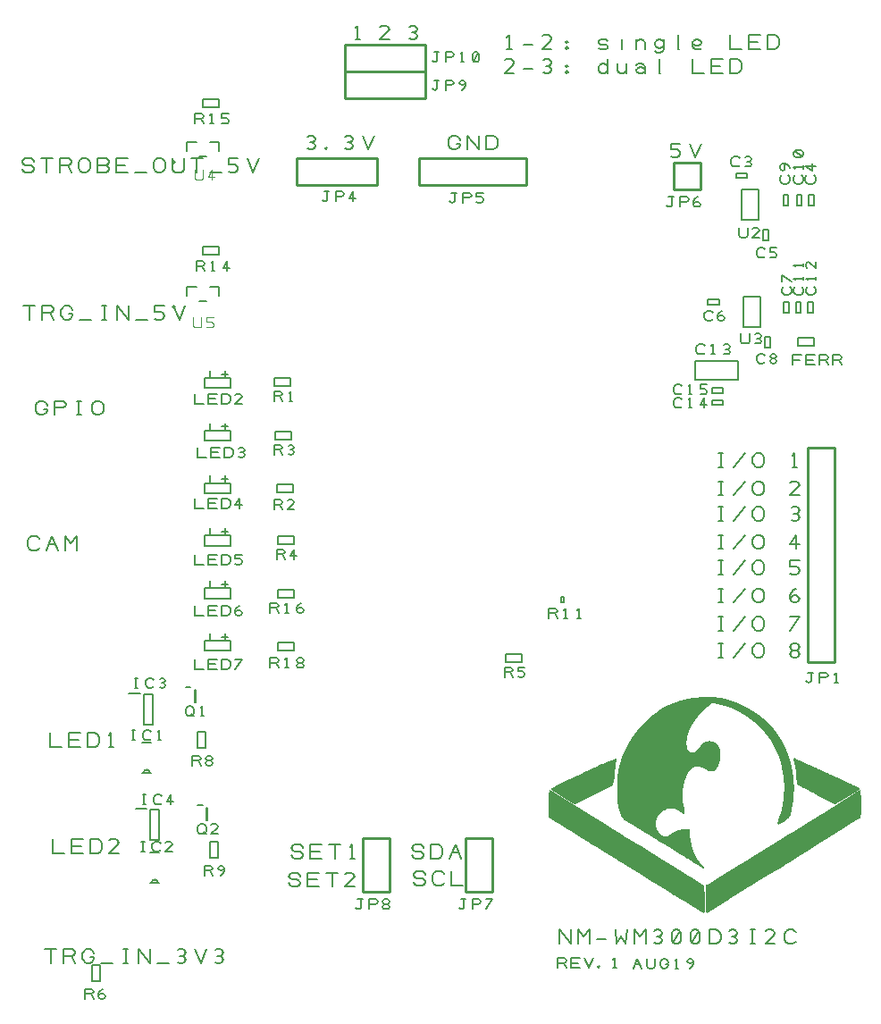
<source format=gbr>
G04 EasyPC Gerber Version 21.0.3 Build 4286 *
G04 #@! TF.Part,Single*
G04 #@! TF.FileFunction,Legend,Top *
G04 #@! TF.FilePolarity,Positive *
%FSLAX35Y35*%
%MOIN*%
%ADD29C,0.00100*%
%ADD74C,0.00300*%
%ADD17C,0.00500*%
%ADD13C,0.00600*%
%ADD73C,0.00787*%
%ADD117C,0.00800*%
%ADD18C,0.01000*%
X0Y0D02*
D02*
D13*
X49550Y95550D02*
X52950D01*
X50050D02*
G75*
G02X52450I1200D01*
G01*
X52550Y54550D02*
X55950D01*
X52950Y106950D02*
X49550D01*
X53050Y54550D02*
G75*
G02X55450I1200D01*
G01*
X55950Y65950D02*
X52550D01*
X61750Y269300D02*
G75*
G03X60750I-500D01*
G01*
G75*
G03X61750I500*
G01*
Y323300D02*
G75*
G03X60750I-500D01*
G01*
G75*
G03X61750I500*
G01*
X66250Y273611D02*
Y277000D01*
X69790*
X66250Y327611D02*
Y331000D01*
X69790*
X70960Y271500D02*
X73540D01*
X70960Y325500D02*
X73540D01*
X78250Y273611D02*
Y277000D01*
X74710*
X78250Y327611D02*
Y331000D01*
X74710*
D02*
D17*
X28250Y11187D02*
Y14937D01*
X30437*
X31063Y14625*
X31375Y14000*
X31063Y13375*
X30437Y13063*
X28250*
X30437D02*
X31375Y11187D01*
X33250Y12125D02*
X33563Y12750D01*
X34187Y13063*
X34813*
X35437Y12750*
X35750Y12125*
X35437Y11500*
X34813Y11187*
X34187*
X33563Y11500*
X33250Y12125*
Y13063*
X33563Y14000*
X34187Y14625*
X34813Y14937*
X33750Y17750D02*
X30726D01*
Y23775*
X33750*
Y17750*
X46687Y127187D02*
X47937D01*
X47313D02*
Y130937D01*
X46687D02*
X47937D01*
X53875Y127813D02*
X53563Y127500D01*
X52937Y127187*
X52000*
X51375Y127500*
X51063Y127813*
X50750Y128437*
Y129687*
X51063Y130313*
X51375Y130625*
X52000Y130937*
X52937*
X53563Y130625*
X53875Y130313*
X56063Y127500D02*
X56687Y127187D01*
X57313*
X57937Y127500*
X58250Y128125*
X57937Y128750*
X57313Y129063*
X56687*
X57313D02*
X57937Y129375D01*
X58250Y130000*
X57937Y130625*
X57313Y130937*
X56687*
X56063Y130625*
X49687Y83687D02*
X50937D01*
X50313D02*
Y87437D01*
X49687D02*
X50937D01*
X56875Y84313D02*
X56563Y84000D01*
X55937Y83687*
X55000*
X54375Y84000*
X54063Y84313*
X53750Y84937*
Y86187*
X54063Y86813*
X54375Y87125*
X55000Y87437*
X55937*
X56563Y87125*
X56875Y86813*
X60313Y83687D02*
Y87437D01*
X58750Y84937*
X61250*
X45687Y107687D02*
X46937D01*
X46313D02*
Y111437D01*
X45687D02*
X46937D01*
X52875Y108313D02*
X52563Y108000D01*
X51937Y107687*
X51000*
X50375Y108000*
X50063Y108313*
X49750Y108937*
Y110187*
X50063Y110813*
X50375Y111125*
X51000Y111437*
X51937*
X52563Y111125*
X52875Y110813*
X55375Y107687D02*
X56625D01*
X56000D02*
Y111437D01*
X55375Y110813*
X49187Y66187D02*
X50437D01*
X49813D02*
Y69937D01*
X49187D02*
X50437D01*
X56375Y66813D02*
X56063Y66500D01*
X55437Y66187*
X54500*
X53875Y66500*
X53563Y66813*
X53250Y67437*
Y68687*
X53563Y69313*
X53875Y69625*
X54500Y69937*
X55437*
X56063Y69625*
X56375Y69313*
X60750Y66187D02*
X58250D01*
X60437Y68375*
X60750Y69000*
X60437Y69625*
X59813Y69937*
X58875*
X58250Y69625*
X65750Y117937D02*
Y119187D01*
X66063Y119813*
X66375Y120125*
X67000Y120437*
X67625*
X68250Y120125*
X68563Y119813*
X68875Y119187*
Y117937*
X68563Y117313*
X68250Y117000*
X67625Y116687*
X67000*
X66375Y117000*
X66063Y117313*
X65750Y117937*
X67937Y117625D02*
X68875Y116687D01*
X71375D02*
X72625D01*
X72000D02*
Y120437D01*
X71375Y119813*
X68250Y98187D02*
Y101937D01*
X70437*
X71063Y101625*
X71375Y101000*
X71063Y100375*
X70437Y100063*
X68250*
X70437D02*
X71375Y98187D01*
X74187Y100063D02*
X74813D01*
X75437Y100375*
X75750Y101000*
X75437Y101625*
X74813Y101937*
X74187*
X73563Y101625*
X73250Y101000*
X73563Y100375*
X74187Y100063*
X73563Y99750*
X73250Y99125*
X73563Y98500*
X74187Y98187*
X74813*
X75437Y98500*
X75750Y99125*
X75437Y99750*
X74813Y100063*
X69250Y137937D02*
Y134187D01*
X72375*
X74250D02*
Y137937D01*
X77375*
X76750Y136063D02*
X74250D01*
Y134187D02*
X77375D01*
X79250D02*
Y137937D01*
X81125*
X81750Y137625*
X82063Y137313*
X82375Y136687*
Y135437*
X82063Y134813*
X81750Y134500*
X81125Y134187*
X79250*
X84250D02*
X86750Y137937D01*
X84250*
X69250Y157937D02*
Y154187D01*
X72375*
X74250D02*
Y157937D01*
X77375*
X76750Y156063D02*
X74250D01*
Y154187D02*
X77375D01*
X79250D02*
Y157937D01*
X81125*
X81750Y157625*
X82063Y157313*
X82375Y156687*
Y155437*
X82063Y154813*
X81750Y154500*
X81125Y154187*
X79250*
X84250Y155125D02*
X84563Y155750D01*
X85187Y156063*
X85813*
X86437Y155750*
X86750Y155125*
X86437Y154500*
X85813Y154187*
X85187*
X84563Y154500*
X84250Y155125*
Y156063*
X84563Y157000*
X85187Y157625*
X85813Y157937*
X69250Y176937D02*
Y173187D01*
X72375*
X74250D02*
Y176937D01*
X77375*
X76750Y175063D02*
X74250D01*
Y173187D02*
X77375D01*
X79250D02*
Y176937D01*
X81125*
X81750Y176625*
X82063Y176313*
X82375Y175687*
Y174437*
X82063Y173813*
X81750Y173500*
X81125Y173187*
X79250*
X84250Y173500D02*
X84875Y173187D01*
X85813*
X86437Y173500*
X86750Y174125*
Y174437*
X86437Y175063*
X85813Y175375*
X84250*
Y176937*
X86750*
X69250Y197937D02*
Y194187D01*
X72375*
X74250D02*
Y197937D01*
X77375*
X76750Y196063D02*
X74250D01*
Y194187D02*
X77375D01*
X79250D02*
Y197937D01*
X81125*
X81750Y197625*
X82063Y197313*
X82375Y196687*
Y195437*
X82063Y194813*
X81750Y194500*
X81125Y194187*
X79250*
X85813D02*
Y197937D01*
X84250Y195437*
X86750*
X69250Y236937D02*
Y233187D01*
X72375*
X74250D02*
Y236937D01*
X77375*
X76750Y235063D02*
X74250D01*
Y233187D02*
X77375D01*
X79250D02*
Y236937D01*
X81125*
X81750Y236625*
X82063Y236313*
X82375Y235687*
Y234437*
X82063Y233813*
X81750Y233500*
X81125Y233187*
X79250*
X86750D02*
X84250D01*
X86437Y235375*
X86750Y236000*
X86437Y236625*
X85813Y236937*
X84875*
X84250Y236625*
X69250Y337687D02*
Y341437D01*
X71437*
X72063Y341125*
X72375Y340500*
X72063Y339875*
X71437Y339563*
X69250*
X71437D02*
X72375Y337687D01*
X74875D02*
X76125D01*
X75500D02*
Y341437D01*
X74875Y340813*
X79250Y338000D02*
X79875Y337687D01*
X80813*
X81437Y338000*
X81750Y338625*
Y338937*
X81437Y339563*
X80813Y339875*
X79250*
Y341437*
X81750*
X69750Y282687D02*
Y286437D01*
X71937*
X72563Y286125*
X72875Y285500*
X72563Y284875*
X71937Y284563*
X69750*
X71937D02*
X72875Y282687D01*
X75375D02*
X76625D01*
X76000D02*
Y286437D01*
X75375Y285813*
X81313Y282687D02*
Y286437D01*
X79750Y283937*
X82250*
X70250Y73937D02*
Y75187D01*
X70563Y75813*
X70875Y76125*
X71500Y76437*
X72125*
X72750Y76125*
X73063Y75813*
X73375Y75187*
Y73937*
X73063Y73313*
X72750Y73000*
X72125Y72687*
X71500*
X70875Y73000*
X70563Y73313*
X70250Y73937*
X72437Y73625D02*
X73375Y72687D01*
X77750D02*
X75250D01*
X77437Y74875*
X77750Y75500*
X77437Y76125*
X76813Y76437*
X75875*
X75250Y76125*
X70250Y216937D02*
Y213187D01*
X73375*
X75250D02*
Y216937D01*
X78375*
X77750Y215063D02*
X75250D01*
Y213187D02*
X78375D01*
X80250D02*
Y216937D01*
X82125*
X82750Y216625*
X83063Y216313*
X83375Y215687*
Y214437*
X83063Y213813*
X82750Y213500*
X82125Y213187*
X80250*
X85563Y213500D02*
X86187Y213187D01*
X86813*
X87437Y213500*
X87750Y214125*
X87437Y214750*
X86813Y215063*
X86187*
X86813D02*
X87437Y215375D01*
X87750Y216000*
X87437Y216625*
X86813Y216937*
X86187*
X85563Y216625*
X72750Y57187D02*
Y60937D01*
X74937*
X75563Y60625*
X75875Y60000*
X75563Y59375*
X74937Y59063*
X72750*
X74937D02*
X75875Y57187D01*
X78687D02*
X79313Y57500D01*
X79937Y58125*
X80250Y59063*
Y60000*
X79937Y60625*
X79313Y60937*
X78687*
X78063Y60625*
X77750Y60000*
X78063Y59375*
X78687Y59063*
X79313*
X79937Y59375*
X80250Y60000*
X73250Y104750D02*
X70226D01*
Y110775*
X73250*
Y104750*
X74740Y147568D02*
Y145068D01*
Y167168D02*
Y164668D01*
Y186768D02*
Y184268D01*
Y206368D02*
Y203868D01*
Y225968D02*
Y223468D01*
Y245568D02*
Y243068D01*
X77750Y63750D02*
X74726D01*
Y69775*
X77750*
Y63750*
X78250Y291750D02*
Y288726D01*
X72225*
Y291750*
X78250*
Y346750D02*
Y343726D01*
X72225*
Y346750*
X78250*
X80363Y147568D02*
Y145068D01*
Y167168D02*
Y164668D01*
Y186768D02*
Y184268D01*
Y206368D02*
Y203868D01*
Y225968D02*
Y223468D01*
Y245568D02*
Y243068D01*
X81609Y146325D02*
X79109D01*
X81609Y165925D02*
X79109D01*
X81609Y185525D02*
X79109D01*
X81609Y205125D02*
X79109D01*
X81609Y224725D02*
X79109D01*
X81609Y244325D02*
X79109D01*
X82417Y144850D02*
Y141050D01*
X72817*
Y144850*
X82417*
Y164450D02*
Y160650D01*
X72817*
Y164450*
X82417*
Y184050D02*
Y180250D01*
X72817*
Y184050*
X82417*
Y203650D02*
Y199850D01*
X72817*
Y203650*
X82417*
Y223250D02*
Y219450D01*
X72817*
Y223250*
X82417*
Y242850D02*
Y239050D01*
X72817*
Y242850*
X82417*
X97250Y134687D02*
Y138437D01*
X99437*
X100063Y138125*
X100375Y137500*
X100063Y136875*
X99437Y136563*
X97250*
X99437D02*
X100375Y134687D01*
X102875D02*
X104125D01*
X103500D02*
Y138437D01*
X102875Y137813*
X108187Y136563D02*
X108813D01*
X109437Y136875*
X109750Y137500*
X109437Y138125*
X108813Y138437*
X108187*
X107563Y138125*
X107250Y137500*
X107563Y136875*
X108187Y136563*
X107563Y136250*
X107250Y135625*
X107563Y135000*
X108187Y134687*
X108813*
X109437Y135000*
X109750Y135625*
X109437Y136250*
X108813Y136563*
X97250Y155187D02*
Y158937D01*
X99437*
X100063Y158625*
X100375Y158000*
X100063Y157375*
X99437Y157063*
X97250*
X99437D02*
X100375Y155187D01*
X102875D02*
X104125D01*
X103500D02*
Y158937D01*
X102875Y158313*
X107250Y156125D02*
X107563Y156750D01*
X108187Y157063*
X108813*
X109437Y156750*
X109750Y156125*
X109437Y155500*
X108813Y155187*
X108187*
X107563Y155500*
X107250Y156125*
Y157063*
X107563Y158000*
X108187Y158625*
X108813Y158937*
X98750Y193687D02*
Y197437D01*
X100937*
X101563Y197125*
X101875Y196500*
X101563Y195875*
X100937Y195563*
X98750*
X100937D02*
X101875Y193687D01*
X106250D02*
X103750D01*
X105937Y195875*
X106250Y196500*
X105937Y197125*
X105313Y197437*
X104375*
X103750Y197125*
X98750Y214187D02*
Y217937D01*
X100937*
X101563Y217625*
X101875Y217000*
X101563Y216375*
X100937Y216063*
X98750*
X100937D02*
X101875Y214187D01*
X104063Y214500D02*
X104687Y214187D01*
X105313*
X105937Y214500*
X106250Y215125*
X105937Y215750*
X105313Y216063*
X104687*
X105313D02*
X105937Y216375D01*
X106250Y217000*
X105937Y217625*
X105313Y217937*
X104687*
X104063Y217625*
X98750Y234187D02*
Y237937D01*
X100937*
X101563Y237625*
X101875Y237000*
X101563Y236375*
X100937Y236063*
X98750*
X100937D02*
X101875Y234187D01*
X104375D02*
X105625D01*
X105000D02*
Y237937D01*
X104375Y237313*
X98750Y239750D02*
Y242774D01*
X104775*
Y239750*
X98750*
X99250Y219750D02*
Y222774D01*
X105275*
Y219750*
X99250*
X99750Y175187D02*
Y178937D01*
X101937*
X102563Y178625*
X102875Y178000*
X102563Y177375*
X101937Y177063*
X99750*
X101937D02*
X102875Y175187D01*
X106313D02*
Y178937D01*
X104750Y176437*
X107250*
X99750Y200250D02*
Y203274D01*
X105775*
Y200250*
X99750*
X100250Y141250D02*
Y144274D01*
X106275*
Y141250*
X100250*
Y160750D02*
Y163774D01*
X106275*
Y160750*
X100250*
Y180750D02*
Y183774D01*
X106275*
Y180750*
X100250*
X116750Y309313D02*
X117063Y309000D01*
X117687Y308687*
X118313Y309000*
X118625Y309313*
Y312437*
X119250*
X118625D02*
X117375D01*
X121750Y308687D02*
Y312437D01*
X123937*
X124563Y312125*
X124875Y311500*
X124563Y310875*
X123937Y310563*
X121750*
X128313Y308687D02*
Y312437D01*
X126750Y309937*
X129250*
Y45313D02*
X129563Y45000D01*
X130187Y44687*
X130813Y45000*
X131125Y45313*
Y48437*
X131750*
X131125D02*
X129875D01*
X134250Y44687D02*
Y48437D01*
X136437*
X137063Y48125*
X137375Y47500*
X137063Y46875*
X136437Y46563*
X134250*
X140187D02*
X140813D01*
X141437Y46875*
X141750Y47500*
X141437Y48125*
X140813Y48437*
X140187*
X139563Y48125*
X139250Y47500*
X139563Y46875*
X140187Y46563*
X139563Y46250*
X139250Y45625*
X139563Y45000*
X140187Y44687*
X140813*
X141437Y45000*
X141750Y45625*
X141437Y46250*
X140813Y46563*
X157750Y350813D02*
X158063Y350500D01*
X158687Y350187*
X159313Y350500*
X159625Y350813*
Y353937*
X160250*
X159625D02*
X158375D01*
X162750Y350187D02*
Y353937D01*
X164937*
X165563Y353625*
X165875Y353000*
X165563Y352375*
X164937Y352063*
X162750*
X168687Y350187D02*
X169313Y350500D01*
X169937Y351125*
X170250Y352063*
Y353000*
X169937Y353625*
X169313Y353937*
X168687*
X168063Y353625*
X167750Y353000*
X168063Y352375*
X168687Y352063*
X169313*
X169937Y352375*
X170250Y353000*
X157750Y361313D02*
X158063Y361000D01*
X158687Y360687*
X159313Y361000*
X159625Y361313*
Y364437*
X160250*
X159625D02*
X158375D01*
X162750Y360687D02*
Y364437D01*
X164937*
X165563Y364125*
X165875Y363500*
X165563Y362875*
X164937Y362563*
X162750*
X168375Y360687D02*
X169625D01*
X169000D02*
Y364437D01*
X168375Y363813*
X173063Y361000D02*
X173687Y360687D01*
X174313*
X174937Y361000*
X175250Y361625*
Y363500*
X174937Y364125*
X174313Y364437*
X173687*
X173063Y364125*
X172750Y363500*
Y361625*
X173063Y361000*
X174937Y364125*
X164250Y308813D02*
X164563Y308500D01*
X165187Y308187*
X165813Y308500*
X166125Y308813*
Y311937*
X166750*
X166125D02*
X164875D01*
X169250Y308187D02*
Y311937D01*
X171437*
X172063Y311625*
X172375Y311000*
X172063Y310375*
X171437Y310063*
X169250*
X174250Y308500D02*
X174875Y308187D01*
X175813*
X176437Y308500*
X176750Y309125*
Y309437*
X176437Y310063*
X175813Y310375*
X174250*
Y311937*
X176750*
X167750Y45313D02*
X168063Y45000D01*
X168687Y44687*
X169313Y45000*
X169625Y45313*
Y48437*
X170250*
X169625D02*
X168375D01*
X172750Y44687D02*
Y48437D01*
X174937*
X175563Y48125*
X175875Y47500*
X175563Y46875*
X174937Y46563*
X172750*
X177750Y44687D02*
X180250Y48437D01*
X177750*
X184750Y131187D02*
Y134937D01*
X186937*
X187563Y134625*
X187875Y134000*
X187563Y133375*
X186937Y133063*
X184750*
X186937D02*
X187875Y131187D01*
X189750Y131500D02*
X190375Y131187D01*
X191313*
X191937Y131500*
X192250Y132125*
Y132437*
X191937Y133063*
X191313Y133375*
X189750*
Y134937*
X192250*
X191250Y139750D02*
Y136726D01*
X185225*
Y139750*
X191250*
X201250Y153187D02*
Y156937D01*
X203437*
X204063Y156625*
X204375Y156000*
X204063Y155375*
X203437Y155063*
X201250*
X203437D02*
X204375Y153187D01*
X206875D02*
X208125D01*
X207500D02*
Y156937D01*
X206875Y156313*
X211875Y153187D02*
X213125D01*
X212500D02*
Y156937D01*
X211875Y156313*
X206750Y159250D02*
X205750D01*
Y161250*
X206750*
Y159250*
X245250Y307313D02*
X245563Y307000D01*
X246187Y306687*
X246813Y307000*
X247125Y307313*
Y310437*
X247750*
X247125D02*
X245875D01*
X250250Y306687D02*
Y310437D01*
X252437*
X253063Y310125*
X253375Y309500*
X253063Y308875*
X252437Y308563*
X250250*
X255250Y307625D02*
X255563Y308250D01*
X256187Y308563*
X256813*
X257437Y308250*
X257750Y307625*
X257437Y307000*
X256813Y306687*
X256187*
X255563Y307000*
X255250Y307625*
Y308563*
X255563Y309500*
X256187Y310125*
X256813Y310437*
X250875Y232313D02*
X250563Y232000D01*
X249937Y231687*
X249000*
X248375Y232000*
X248063Y232313*
X247750Y232937*
Y234187*
X248063Y234813*
X248375Y235125*
X249000Y235437*
X249937*
X250563Y235125*
X250875Y234813*
X253375Y231687D02*
X254625D01*
X254000D02*
Y235437D01*
X253375Y234813*
X259313Y231687D02*
Y235437D01*
X257750Y232937*
X260250*
X250875Y237313D02*
X250563Y237000D01*
X249937Y236687*
X249000*
X248375Y237000*
X248063Y237313*
X247750Y237937*
Y239187*
X248063Y239813*
X248375Y240125*
X249000Y240437*
X249937*
X250563Y240125*
X250875Y239813*
X253375Y236687D02*
X254625D01*
X254000D02*
Y240437D01*
X253375Y239813*
X257750Y237000D02*
X258375Y236687D01*
X259313*
X259937Y237000*
X260250Y237625*
Y237937*
X259937Y238563*
X259313Y238875*
X257750*
Y240437*
X260250*
X255750Y242250D02*
X271750D01*
Y249250*
X255750*
Y242250*
X259375Y252313D02*
X259063Y252000D01*
X258437Y251687*
X257500*
X256875Y252000*
X256563Y252313*
X256250Y252937*
Y254187*
X256563Y254813*
X256875Y255125*
X257500Y255437*
X258437*
X259063Y255125*
X259375Y254813*
X261875Y251687D02*
X263125D01*
X262500D02*
Y255437D01*
X261875Y254813*
X266563Y252000D02*
X267187Y251687D01*
X267813*
X268437Y252000*
X268750Y252625*
X268437Y253250*
X267813Y253563*
X267187*
X267813D02*
X268437Y253875D01*
X268750Y254500*
X268437Y255125*
X267813Y255437*
X267187*
X266563Y255125*
X262375Y264813D02*
X262063Y264500D01*
X261437Y264187*
X260500*
X259875Y264500*
X259563Y264813*
X259250Y265437*
Y266687*
X259563Y267313*
X259875Y267625*
X260500Y267937*
X261437*
X262063Y267625*
X262375Y267313*
X264250Y265125D02*
X264563Y265750D01*
X265187Y266063*
X265813*
X266437Y265750*
X266750Y265125*
X266437Y264500*
X265813Y264187*
X265187*
X264563Y264500*
X264250Y265125*
Y266063*
X264563Y267000*
X265187Y267625*
X265813Y267937*
X264750Y272140D02*
Y270261D01*
X260678*
Y272140*
X264750*
X266250Y234640D02*
Y232761D01*
X262178*
Y234640*
X266250*
Y239140D02*
Y237261D01*
X262178*
Y239140*
X266250*
X272375Y322313D02*
X272063Y322000D01*
X271437Y321687*
X270500*
X269875Y322000*
X269563Y322313*
X269250Y322937*
Y324187*
X269563Y324813*
X269875Y325125*
X270500Y325437*
X271437*
X272063Y325125*
X272375Y324813*
X274563Y322000D02*
X275187Y321687D01*
X275813*
X276437Y322000*
X276750Y322625*
X276437Y323250*
X275813Y323563*
X275187*
X275813D02*
X276437Y323875D01*
X276750Y324500*
X276437Y325125*
X275813Y325437*
X275187*
X274563Y325125*
X271250Y317360D02*
Y319239D01*
X275322*
Y317360*
X271250*
X272263Y298937D02*
Y296125D01*
X272576Y295500*
X273200Y295187*
X274450*
X275076Y295500*
X275388Y296125*
Y298937*
X279763Y295187D02*
X277263D01*
X279450Y297375*
X279763Y298000*
X279450Y298625*
X278826Y298937*
X277888*
X277263Y298625*
X272963Y259437D02*
Y256625D01*
X273276Y256000*
X273900Y255687*
X275150*
X275776Y256000*
X276088Y256625*
Y259437*
X278276Y256000D02*
X278900Y255687D01*
X279526*
X280150Y256000*
X280463Y256625*
X280150Y257250*
X279526Y257563*
X278900*
X279526D02*
X280150Y257875D01*
X280463Y258500*
X280150Y259125*
X279526Y259437*
X278900*
X278276Y259125*
X273297Y301844D02*
Y313262D01*
X279596*
Y301844*
X273297*
X273797Y261844D02*
Y273262D01*
X280096*
Y261844*
X273797*
X281875Y248813D02*
X281563Y248500D01*
X280937Y248187*
X280000*
X279375Y248500*
X279063Y248813*
X278750Y249437*
Y250687*
X279063Y251313*
X279375Y251625*
X280000Y251937*
X280937*
X281563Y251625*
X281875Y251313*
X284687Y250063D02*
X285313D01*
X285937Y250375*
X286250Y251000*
X285937Y251625*
X285313Y251937*
X284687*
X284063Y251625*
X283750Y251000*
X284063Y250375*
X284687Y250063*
X284063Y249750*
X283750Y249125*
X284063Y248500*
X284687Y248187*
X285313*
X285937Y248500*
X286250Y249125*
X285937Y249750*
X285313Y250063*
X281875Y288313D02*
X281563Y288000D01*
X280937Y287687*
X280000*
X279375Y288000*
X279063Y288313*
X278750Y288937*
Y290187*
X279063Y290813*
X279375Y291125*
X280000Y291437*
X280937*
X281563Y291125*
X281875Y290813*
X283750Y288000D02*
X284375Y287687D01*
X285313*
X285937Y288000*
X286250Y288625*
Y288937*
X285937Y289563*
X285313Y289875*
X283750*
Y291437*
X286250*
X281262Y298250D02*
X283140D01*
Y294178*
X281262*
Y298250*
X281860Y258250D02*
X283739D01*
Y254178*
X281860*
Y258250*
X288762Y311250D02*
X290640D01*
Y307178*
X288762*
Y311250*
X288860Y271250D02*
X290739D01*
Y267178*
X288860*
Y271250*
X290589Y318375D02*
X290902Y318063D01*
X291214Y317437*
Y316500*
X290902Y315875*
X290589Y315563*
X289964Y315250*
X288714*
X288089Y315563*
X287776Y315875*
X287464Y316500*
Y317437*
X287776Y318063*
X288089Y318375*
X291214Y321187D02*
X290902Y321813D01*
X290276Y322437*
X289339Y322750*
X288402*
X287776Y322437*
X287464Y321813*
Y321187*
X287776Y320563*
X288402Y320250*
X289026Y320563*
X289339Y321187*
Y321813*
X289026Y322437*
X288402Y322750*
X292250Y247687D02*
Y251437D01*
X295375*
X294750Y249563D02*
X292250D01*
X297250Y247687D02*
Y251437D01*
X300375*
X299750Y249563D02*
X297250D01*
Y247687D02*
X300375D01*
X302250D02*
Y251437D01*
X304437*
X305063Y251125*
X305375Y250500*
X305063Y249875*
X304437Y249563*
X302250*
X304437D02*
X305375Y247687D01*
X307250D02*
Y251437D01*
X309437*
X310063Y251125*
X310375Y250500*
X310063Y249875*
X309437Y249563*
X307250*
X309437D02*
X310375Y247687D01*
X291187Y276875D02*
X291500Y276563D01*
X291813Y275937*
Y275000*
X291500Y274375*
X291187Y274063*
X290563Y273750*
X289313*
X288687Y274063*
X288375Y274375*
X288063Y275000*
Y275937*
X288375Y276563*
X288687Y276875*
X291813Y278750D02*
X288063Y281250D01*
Y278750*
X293360Y271250D02*
X295239D01*
Y267178*
X293360*
Y271250*
X293762Y311250D02*
X295640D01*
Y307178*
X293762*
Y311250*
X294250Y254750D02*
Y257774D01*
X300275*
Y254750*
X294250*
X295589Y318375D02*
X295902Y318063D01*
X296214Y317437*
Y316500*
X295902Y315875*
X295589Y315563*
X294964Y315250*
X293714*
X293089Y315563*
X292776Y315875*
X292464Y316500*
Y317437*
X292776Y318063*
X293089Y318375*
X296214Y320875D02*
Y322125D01*
Y321500D02*
X292464D01*
X293089Y320875*
X295902Y325563D02*
X296214Y326187D01*
Y326813*
X295902Y327437*
X295276Y327750*
X293402*
X292776Y327437*
X292464Y326813*
Y326187*
X292776Y325563*
X293402Y325250*
X295276*
X295902Y325563*
X292776Y327437*
X297250Y129813D02*
X297563Y129500D01*
X298187Y129187*
X298813Y129500*
X299125Y129813*
Y132937*
X299750*
X299125D02*
X297875D01*
X302250Y129187D02*
Y132937D01*
X304437*
X305063Y132625*
X305375Y132000*
X305063Y131375*
X304437Y131063*
X302250*
X307875Y129187D02*
X309125D01*
X308500D02*
Y132937D01*
X307875Y132313*
X295687Y276875D02*
X296000Y276563D01*
X296313Y275937*
Y275000*
X296000Y274375*
X295687Y274063*
X295063Y273750*
X293813*
X293187Y274063*
X292875Y274375*
X292563Y275000*
Y275937*
X292875Y276563*
X293187Y276875*
X296313Y279375D02*
Y280625D01*
Y280000D02*
X292563D01*
X293187Y279375*
X296313Y284375D02*
Y285625D01*
Y285000D02*
X292563D01*
X293187Y284375*
X297860Y271250D02*
X299739D01*
Y267178*
X297860*
Y271250*
X298262Y311250D02*
X300140D01*
Y307178*
X298262*
Y311250*
X300089Y318375D02*
X300402Y318063D01*
X300714Y317437*
Y316500*
X300402Y315875*
X300089Y315563*
X299464Y315250*
X298214*
X297589Y315563*
X297276Y315875*
X296964Y316500*
Y317437*
X297276Y318063*
X297589Y318375*
X300714Y321813D02*
X296964D01*
X299464Y320250*
Y322750*
X300187Y276875D02*
X300500Y276563D01*
X300813Y275937*
Y275000*
X300500Y274375*
X300187Y274063*
X299563Y273750*
X298313*
X297687Y274063*
X297375Y274375*
X297063Y275000*
Y275937*
X297375Y276563*
X297687Y276875*
X300813Y279375D02*
Y280625D01*
Y280000D02*
X297063D01*
X297687Y279375*
X300813Y286250D02*
Y283750D01*
X298625Y285937*
X298000Y286250*
X297375Y285937*
X297063Y285313*
Y284375*
X297375Y283750*
D02*
D18*
X107250Y314750D02*
X137250D01*
Y324750*
X107250*
Y314750*
X125250Y347250D02*
X155250D01*
Y357250*
X125250*
Y347250*
Y357250D02*
X155250D01*
Y367250*
X125250*
Y357250*
X131750Y71250D02*
Y51250D01*
X141750*
Y71250*
X131750*
X152750Y314750D02*
X192750D01*
Y324750*
X152750*
Y314750*
X170250Y71250D02*
Y51250D01*
X180250*
Y71250*
X170250*
X247750Y323250D02*
Y313250D01*
X257750*
Y323250*
X247750*
X297750Y216750D02*
Y136750D01*
X307750*
Y216750*
X297750*
D02*
D29*
X256486Y123650D02*
X254884Y123455D01*
X253322Y123181*
X251798Y122869*
X250314Y122439*
X248830Y121970*
X247384Y121424*
X245978Y120798*
X244611Y120095*
X243283Y119353*
X241994Y118494*
X240705Y117595*
X239455Y116619*
X238283Y115564*
X237111Y114431*
X235939Y113220*
X234845Y111970*
X233595Y110525*
X232463Y108924*
X231369Y107244*
X230392Y105408*
X229494Y103455*
X228674Y101384*
X227931Y99197*
X227306Y96892*
X227189Y96306*
X227072Y95642*
X226994Y94861*
X226955Y94002*
X226876Y93064*
X226837Y92048*
Y90916*
X226798Y89705*
X226837Y88533*
Y87400*
X226876Y86424*
X226955Y85486*
X226994Y84666*
X227072Y83963*
X227189Y83337*
X227306Y82791*
X227541Y81853*
X227814Y81033*
X228048Y80330*
X228322Y79705*
X228595Y79158*
X228908Y78728*
X229181Y78416*
X229494Y78181*
X229650Y78142*
X229806Y78064*
X230041Y77908*
X230353Y77674*
X230666Y77439*
X231056Y77205*
X231447Y76970*
X231916Y76697*
X232853Y76228*
X233634Y75720*
X235119Y74822*
X236603Y73924*
X238009Y73025*
X239376Y72205*
X240705Y71384*
X241994Y70603*
X243244Y69822*
X244416Y69119*
X245548Y68416*
X246642Y67752*
X247697Y67087*
X248674Y66463*
X249650Y65876*
X250548Y65330*
X251408Y64822*
X252228Y64314*
X253009Y63845*
X253713Y63376*
X254376Y62986*
X255002Y62595*
X255587Y62244*
X256134Y61892*
X256603Y61619*
X257072Y61345*
X257463Y61072*
X257814Y60876*
X258087Y60681*
X258361Y60525*
X258556Y60408*
X258713Y60291*
X258830Y60213*
X258908Y60174*
X258986Y60213*
Y60252*
X258947Y60369*
X258791Y60525*
X258595Y60759*
X258322Y60994*
X258048Y61306*
X257697Y61619*
X256876Y62556*
X256174Y63572*
X255509Y64705*
X254963Y65955*
X254494Y67322*
X254103Y68806*
X253791Y70369*
X253556Y72087*
Y74509*
X252111*
X251486*
X250861Y74431*
X250236Y74275*
X249611Y74080*
X248986Y73845*
X248322Y73572*
X247658Y73220*
X246994Y72830*
X246486Y72400*
X245978Y72087*
X245392Y71892*
X244806Y71853*
X244337Y71892*
X243869Y71970*
X243439Y72126*
X243048Y72322*
X242658Y72595*
X242306Y72947*
X241955Y73337*
X241642Y73806*
X241330Y74353*
X241056Y74900*
X240861Y75486*
X240783Y76033*
X240744Y76619*
Y77205*
X240861Y77791*
X241056Y78416*
X241291Y79002*
X241564Y79548*
X241916Y80056*
X242345Y80525*
X242814Y80994*
X243322Y81384*
X243908Y81736*
X244572Y82048*
X245236Y82361*
X245939Y82556*
X246681Y82595*
X247424Y82556*
X248205Y82361*
X248986Y82048*
X249806Y81619*
X250626Y81072*
X251603Y80369*
X251681Y80447*
Y80564*
Y80759*
Y80955*
X251642Y81228*
X251564Y81541*
X251486Y81892*
X251369Y82322*
X251056Y83572*
X250822Y84861*
X250705Y86150*
Y87478*
X250783Y88767*
X250978Y90095*
X251252Y91424*
X251603Y92752*
X251916Y93650*
X252228Y94470*
X252541Y95213*
X252931Y95876*
X253322Y96463*
X253752Y96931*
X254181Y97361*
X254650Y97674*
X255158Y97947*
X255666Y98103*
X256252Y98181*
X256798*
X257424Y98103*
X258048Y97947*
X258713Y97713*
X259416Y97361*
X260080Y96970*
X260626Y96658*
X261056Y96463*
X261330Y96424*
X261994Y96463*
X262541Y96658*
X263087Y96970*
X263517Y97439*
X263908Y98025*
X264259Y98728*
X264533Y99587*
X264728Y100525*
X264884Y101150*
X265002Y101736*
Y102361*
Y102986*
X264884Y103572*
X264728Y104197*
X264533Y104783*
X264259Y105408*
X263986Y105876*
X263713Y106267*
X263361Y106580*
X262970Y106853*
X262580Y107087*
X262111Y107205*
X261642Y107322*
X261095Y107361*
X260548Y107322*
X260080Y107205*
X259611Y107087*
X259142Y106853*
X258752Y106580*
X258361Y106267*
X258009Y105876*
X257697Y105408*
X257384Y104978*
X257072Y104587*
X256798Y104236*
X256486Y103924*
X256213Y103650*
X255900Y103455*
X255626Y103298*
X255314Y103142*
X255041Y103064*
X254767Y103025*
X254455*
X254181Y103064*
X253908Y103181*
X253634Y103298*
X253361Y103494*
X253087Y103689*
X252736Y104119*
X252541Y104626*
X252384Y105213*
X252345Y105876*
X252306Y106814*
X252345Y107713*
X252463Y108611*
X252619Y109509*
X252853Y110408*
X253166Y111306*
X253556Y112244*
X253986Y113103*
X254494Y114002*
X255080Y114900*
X255705Y115798*
X256408Y116697*
X257189Y117595*
X258009Y118455*
X258908Y119353*
X259884Y120252*
X261603Y121697*
X263048*
X264728Y121384*
X266408Y120994*
X268087Y120447*
X269728Y119822*
X271369Y119041*
X272970Y118181*
X274572Y117205*
X276174Y116111*
X277697Y114900*
X279142Y113650*
X280509Y112322*
X281759Y110916*
X282931Y109470*
X284025Y107947*
X285002Y106345*
X285900Y104666*
X286642Y103064*
X287267Y101384*
X287814Y99666*
X288283Y97869*
X288634Y95994*
X288869Y94080*
X289025Y92126*
X289064Y90095*
X289025Y88572*
X288947Y87126*
X288830Y85681*
X288634Y84314*
X288400Y82947*
X288087Y81658*
X287775Y80369*
X287345Y79158*
X286642Y76697*
X286720Y76658*
X286837Y76697*
X287033Y76736*
X287267Y76814*
X287541Y76970*
X287892Y77166*
X288283Y77400*
X288713Y77674*
X289142Y77986*
X289494Y78259*
X289845Y78494*
X290119Y78728*
X290353Y78924*
X290548Y79080*
X290666Y79236*
X290744Y79392*
X291017Y79861*
X291056Y80369*
X291252Y80955*
X291447Y81541*
X291486Y82048*
X291837Y83767*
X292072Y85447*
X292228Y87087*
X292345Y88728*
X292384Y90369*
X292306Y92009*
X292189Y93611*
X291994Y95174*
X291603Y97322*
X291134Y99353*
X290548Y101345*
X289884Y103220*
X289103Y105056*
X288244Y106814*
X287267Y108494*
X286213Y110095*
X285041Y111619*
X283791Y113064*
X282424Y114431*
X280978Y115759*
X279455Y116970*
X277814Y118142*
X276056Y119236*
X274220Y120252*
X273126Y120798*
X272033Y121306*
X270939Y121775*
X269845Y122166*
X268752Y122556*
X267619Y122869*
X266525Y123142*
X265431Y123376*
X264298Y123572*
X263205Y123728*
X262072Y123845*
X260978Y123884*
X259845*
X258713Y123845*
X257619Y123767*
X256486Y123650*
X292463Y100798D02*
X292580Y100447D01*
X292658Y100174*
X292697Y99978*
Y99822*
X293126Y98298*
X293439Y96697*
X293634Y95017*
X293674Y93259*
X293713Y92752*
X293791Y92283*
X293947Y91775*
X294181Y91306*
X295158Y90798*
X295666Y90525*
X296330Y90213*
X297072Y89822*
X297931Y89353*
X298830Y88884*
X299650Y88455*
X300470Y88025*
X301213Y87634*
X308009Y84236*
X312384Y86931*
X316798Y89587*
X316837Y89705*
X316798Y89822*
X316603Y89978*
X316291Y90095*
X316095Y90291*
X315939Y90447*
X315783Y90525*
X315548Y90564*
X315158Y90720*
X314650Y90916*
X314064Y91189*
X313361Y91463*
X312619Y91853*
X311720Y92244*
X310783Y92713*
X309728Y93259*
X309142Y93533*
X308400Y93845*
X307580Y94197*
X306642Y94626*
X305587Y95134*
X304376Y95642*
X303087Y96267*
X301720Y96892*
X300314Y97517*
X299064Y98103*
X297970Y98572*
X297033Y99002*
X296213Y99392*
X295548Y99666*
X295041Y99900*
X294650Y100056*
X294142Y100291*
X293556Y100525*
X293283Y100642*
X293087Y100798*
X293009Y100916*
X292970Y101033*
X292736Y100994*
X292580Y100955*
X292502Y100876*
X292463Y100798*
X219533Y98103D02*
X219181Y97947D01*
X218791Y97752*
X218361Y97556*
X217853Y97283*
X217306Y97048*
X216720Y96736*
X216056Y96424*
X215314Y96111*
X214572Y95720*
X213713Y95369*
X212853Y94939*
X211916Y94509*
X210900Y94041*
X209884Y93572*
X208752Y93064*
X207619Y92517*
X206564Y92009*
X205431Y91541*
X202033Y89587*
X202150Y89509*
X202384Y89314*
X202736Y89080*
X203244Y88767*
X203830Y88376*
X204572Y87947*
X205431Y87400*
X206408Y86814*
X207345Y86189*
X208205Y85681*
X208947Y85252*
X209533Y84900*
X210041Y84587*
X210392Y84392*
X210626Y84275*
X210783Y84236*
X218048Y87908*
X224884Y91306*
X225353Y94236*
Y94744*
X225431Y95330*
X225509Y96033*
X225587Y96775*
X225705Y97478*
X225783Y98064*
X225822Y98533*
X225861Y98845*
X226095Y100798*
X226017Y100759*
X225939*
X225783Y100681*
X225587Y100603*
X225353Y100525*
X225041Y100408*
X224728Y100252*
X224337Y100095*
X223908Y99939*
X223400Y99744*
X222892Y99509*
X222306Y99275*
X221681Y99002*
X221017Y98728*
X220275Y98416*
X219533Y98103*
X201291Y84236D02*
Y79158D01*
X204924Y76970*
X205705Y76424*
X206603Y75837*
X207619Y75213*
X208752Y74509*
X210002Y73728*
X211369Y72869*
X212814Y71970*
X214416Y70994*
X215197Y70525*
X215978Y70056*
X216681Y69626*
X217345Y69197*
X217931Y68845*
X218517Y68494*
X219025Y68142*
X219533Y67869*
X219963Y67595*
X220353Y67361*
X220666Y67166*
X220978Y66970*
X221213Y66814*
X221447Y66658*
X221603Y66580*
X221720Y66502*
X223361Y65486*
X224963Y64509*
X226525Y63533*
X228009Y62595*
X229455Y61697*
X230861Y60837*
X232228Y60017*
X233517Y59197*
X234806Y58416*
X236017Y57674*
X237150Y56931*
X238283Y56267*
X239337Y55603*
X240353Y54978*
X241330Y54353*
X242267Y53806*
X243126Y53259*
X243947Y52752*
X244728Y52283*
X245470Y51814*
X246134Y51384*
X246759Y50994*
X247345Y50642*
X247892Y50330*
X248361Y50017*
X248791Y49744*
X249181Y49509*
X249533Y49275*
X249806Y49119*
X250041Y48963*
X250236Y48845*
X250392Y48767*
X258908Y43650*
X258986Y43728*
X259025Y43963*
X259064Y44314*
X259103Y44861*
Y45525*
X259142Y46384*
Y47361*
Y48494*
X258908Y53376*
X254767Y56033*
X252892Y57283*
X250822Y58611*
X248634Y59978*
X246252Y61384*
X245314Y61970*
X244259Y62634*
X243087Y63337*
X241837Y64119*
X240470Y64978*
X239025Y65916*
X237463Y66892*
X235822Y67947*
X234572Y68650*
X233283Y69392*
X231955Y70174*
X230587Y70994*
X229181Y71853*
X227697Y72791*
X226174Y73767*
X224611Y74783*
X201525Y89119*
X201486Y89041*
X201408Y88806*
X201369Y88416*
X201330Y87908*
Y87205*
X201291Y86384*
Y85408*
Y84236*
X314103Y87166D02*
X313791Y86970D01*
X313478Y86736*
X313087Y86502*
X312658Y86228*
X312150Y85916*
X311642Y85564*
X311056Y85174*
X310431Y84783*
X309767Y84353*
X309025Y83924*
X308283Y83455*
X307463Y82908*
X306603Y82400*
X305705Y81814*
X304767Y81228*
X303791Y80603*
X301798Y79353*
X299963Y78220*
X298244Y77166*
X296681Y76150*
X295236Y75252*
X293947Y74431*
X292775Y73728*
X291720Y73064*
X289924Y72009*
X288048Y70876*
X286095Y69705*
X284064Y68455*
X281955Y67126*
X279806Y65759*
X277541Y64353*
X275197Y62869*
X273908Y62126*
X272697Y61384*
X271564Y60720*
X270470Y60056*
X269455Y59470*
X268478Y58884*
X267580Y58337*
X266759Y57791*
X265978Y57322*
X265275Y56853*
X264611Y56463*
X264025Y56072*
X263517Y55720*
X263048Y55369*
X262658Y55095*
X262306Y54822*
X259884Y53611*
Y48494*
Y47361*
Y46384*
X259924Y45525*
X259963Y44861*
Y44314*
X260002Y43963*
X260080Y43728*
X260119Y43650*
X261369Y44392*
X262736Y45213*
X264181Y46111*
X265705Y47048*
X266642Y47674*
X267658Y48298*
X268674Y49002*
X269767Y49705*
X270900Y50408*
X272072Y51189*
X273322Y51970*
X274611Y52752*
X275861Y53533*
X277033Y54275*
X278166Y54978*
X279181Y55603*
X280119Y56150*
X281017Y56658*
X281798Y57126*
X282502Y57517*
X284181Y58494*
X285900Y59548*
X287697Y60642*
X289572Y61775*
X291525Y62986*
X293517Y64236*
X295548Y65525*
X297697Y66853*
X299806Y68181*
X301798Y69470*
X303674Y70642*
X305470Y71775*
X307150Y72830*
X308713Y73845*
X310197Y74744*
X311564Y75603*
X312775Y76384*
X313869Y77048*
X314767Y77634*
X315548Y78064*
X316134Y78455*
X316603Y78689*
X316876Y78845*
X317033Y78884*
X317150Y79041*
X317228Y79314*
X317306Y79783*
X317384Y80369*
X317424Y81111*
X317463Y82009*
X317502Y83064*
Y84236*
X317267Y89119*
X314103Y87166*
X258752Y43744D02*
X258989D01*
X260074D02*
X260277D01*
X258596Y43837D02*
X259004D01*
X260043D02*
X260435D01*
X258440Y43931D02*
X259020D01*
X260012D02*
X260593D01*
X258284Y44025D02*
X259032D01*
X259994D02*
X260750D01*
X258128Y44119D02*
X259043D01*
X259984D02*
X260908D01*
X257972Y44212D02*
X259053D01*
X259974D02*
X261066D01*
X257817Y44306D02*
X259063D01*
X259963D02*
X261224D01*
X257661Y44400D02*
X259070D01*
X259963D02*
X261381D01*
X257504Y44493D02*
X259077D01*
X259963D02*
X261537D01*
X257348Y44587D02*
X259083D01*
X259963D02*
X261694D01*
X257193Y44681D02*
X259090D01*
X259963D02*
X261850D01*
X257037Y44774D02*
X259097D01*
X259963D02*
X262006D01*
X256881Y44868D02*
X259103D01*
X259962D02*
X262162D01*
X256725Y44962D02*
X259103D01*
X259957D02*
X262318D01*
X256569Y45056D02*
X259103D01*
X259951D02*
X262474D01*
X256413Y45149D02*
X259103D01*
X259946D02*
X262630D01*
X256257Y45243D02*
X259103D01*
X259940D02*
X262785D01*
X256101Y45337D02*
X259103D01*
X259935D02*
X262935D01*
X255945Y45430D02*
X259103D01*
X259929D02*
X263086D01*
X255789Y45524D02*
X259103D01*
X259924D02*
X263237D01*
X255633Y45618D02*
X259107D01*
X259919D02*
X263387D01*
X255478Y45711D02*
X259111D01*
X259915D02*
X263538D01*
X255322Y45805D02*
X259116D01*
X259911D02*
X263689D01*
X255166Y45899D02*
X259120D01*
X259906D02*
X263840D01*
X255010Y45993D02*
X259124D01*
X259902D02*
X263991D01*
X254854Y46086D02*
X259129D01*
X259898D02*
X264141D01*
X254698Y46180D02*
X259133D01*
X259894D02*
X264293D01*
X254542Y46274D02*
X259137D01*
X259889D02*
X264445D01*
X254386Y46367D02*
X259141D01*
X259885D02*
X264598D01*
X254230Y46461D02*
X259142D01*
X259884D02*
X264750D01*
X254074Y46555D02*
X259142D01*
X259884D02*
X264902D01*
X253918Y46648D02*
X259142D01*
X259884D02*
X265055D01*
X253762Y46742D02*
X259142D01*
X259884D02*
X265207D01*
X253606Y46836D02*
X259142D01*
X259884D02*
X265359D01*
X253450Y46930D02*
X259142D01*
X259884D02*
X265511D01*
X253294Y47023D02*
X259142D01*
X259884D02*
X265664D01*
X253139Y47117D02*
X259142D01*
X259884D02*
X265807D01*
X252983Y47211D02*
X259142D01*
X259884D02*
X265948D01*
X252827Y47304D02*
X259142D01*
X259884D02*
X266089D01*
X252671Y47398D02*
X259142D01*
X259884D02*
X266229D01*
X252515Y47492D02*
X259142D01*
X259884D02*
X266369D01*
X252359Y47585D02*
X259142D01*
X259884D02*
X266510D01*
X252203Y47679D02*
X259142D01*
X259884D02*
X266651D01*
X252047Y47773D02*
X259142D01*
X259884D02*
X266804D01*
X251891Y47867D02*
X259142D01*
X259884D02*
X266956D01*
X251735Y47960D02*
X259142D01*
X259884D02*
X267108D01*
X251579Y48054D02*
X259142D01*
X259884D02*
X267260D01*
X251423Y48148D02*
X259142D01*
X259884D02*
X267413D01*
X251267Y48241D02*
X259142D01*
X259884D02*
X267565D01*
X251111Y48335D02*
X259142D01*
X259884D02*
X267711D01*
X250956Y48429D02*
X259142D01*
X259884D02*
X267846D01*
X250800Y48522D02*
X259141D01*
X259884D02*
X267981D01*
X250644Y48616D02*
X259136D01*
X259884D02*
X268117D01*
X250488Y48710D02*
X259132D01*
X259884D02*
X268252D01*
X250320Y48804D02*
X259127D01*
X259884D02*
X268387D01*
X250149Y48897D02*
X259123D01*
X259884D02*
X268523D01*
X249998Y48991D02*
X259118D01*
X259884D02*
X268658D01*
X249857Y49085D02*
X259114D01*
X259884D02*
X268803D01*
X249702Y49178D02*
X259109D01*
X259884D02*
X268948D01*
X249537Y49272D02*
X259105D01*
X259884D02*
X269094D01*
X249396Y49366D02*
X259100D01*
X259884D02*
X269240D01*
X249256Y49459D02*
X259096D01*
X259884D02*
X269386D01*
X249108Y49553D02*
X259091D01*
X259884D02*
X269531D01*
X248952Y49647D02*
X259087D01*
X259884D02*
X269677D01*
X248796Y49741D02*
X259082D01*
X259884D02*
X269825D01*
X248648Y49834D02*
X259078D01*
X259884D02*
X269976D01*
X248501Y49928D02*
X259073D01*
X259884D02*
X270127D01*
X248354Y50022D02*
X259069D01*
X259884D02*
X270278D01*
X248214Y50115D02*
X259064D01*
X259884D02*
X270429D01*
X248073Y50209D02*
X259060D01*
X259884D02*
X270580D01*
X247932Y50303D02*
X259056D01*
X259884D02*
X270731D01*
X247775Y50396D02*
X259051D01*
X259884D02*
X270881D01*
X247611Y50490D02*
X259046D01*
X259884D02*
X271024D01*
X247447Y50584D02*
X259042D01*
X259884D02*
X271164D01*
X247286Y50678D02*
X259037D01*
X259884D02*
X271305D01*
X247130Y50771D02*
X259033D01*
X259884D02*
X271445D01*
X246974Y50865D02*
X259028D01*
X259884D02*
X271586D01*
X246818Y50959D02*
X259024D01*
X259884D02*
X271726D01*
X246665Y51052D02*
X259019D01*
X259884D02*
X271867D01*
X246515Y51146D02*
X259015D01*
X259884D02*
X272007D01*
X246365Y51240D02*
X259010D01*
X259884D02*
X272153D01*
X246216Y51333D02*
X259006D01*
X259884D02*
X272303D01*
X246068Y51427D02*
X259002D01*
X259884D02*
X272453D01*
X245923Y51521D02*
X258997D01*
X259884D02*
X272603D01*
X245779Y51615D02*
X258993D01*
X259884D02*
X272753D01*
X245634Y51708D02*
X258988D01*
X259884D02*
X272903D01*
X245489Y51802D02*
X258983D01*
X259884D02*
X273052D01*
X245341Y51896D02*
X258979D01*
X259884D02*
X273202D01*
X245193Y51989D02*
X258974D01*
X259884D02*
X273353D01*
X245044Y52083D02*
X258970D01*
X259884D02*
X273508D01*
X244896Y52177D02*
X258965D01*
X259884D02*
X273663D01*
X244747Y52270D02*
X258961D01*
X259884D02*
X273817D01*
X244592Y52364D02*
X258956D01*
X259884D02*
X273972D01*
X244436Y52458D02*
X258952D01*
X259884D02*
X274126D01*
X244280Y52552D02*
X258948D01*
X259884D02*
X274281D01*
X244124Y52645D02*
X258943D01*
X259884D02*
X274435D01*
X243968Y52739D02*
X258939D01*
X259884D02*
X274590D01*
X243816Y52833D02*
X258934D01*
X259884D02*
X274741D01*
X243665Y52926D02*
X258930D01*
X259884D02*
X274891D01*
X243513Y53020D02*
X258925D01*
X259884D02*
X275041D01*
X243362Y53114D02*
X258920D01*
X259884D02*
X275191D01*
X243210Y53207D02*
X258916D01*
X259884D02*
X275341D01*
X243061Y53301D02*
X258911D01*
X259884D02*
X275491D01*
X242914Y53395D02*
X258879D01*
X259884D02*
X275641D01*
X242767Y53489D02*
X258733D01*
X259884D02*
X275791D01*
X242619Y53582D02*
X258587D01*
X259884D02*
X275939D01*
X242472Y53676D02*
X258441D01*
X260014D02*
X276087D01*
X242325Y53770D02*
X258295D01*
X260202D02*
X276235D01*
X242169Y53863D02*
X258149D01*
X260389D02*
X276383D01*
X242009Y53957D02*
X258003D01*
X260576D02*
X276531D01*
X241848Y54051D02*
X257857D01*
X260764D02*
X276679D01*
X241687Y54144D02*
X257711D01*
X260951D02*
X276827D01*
X241527Y54238D02*
X257565D01*
X261139D02*
X276975D01*
X241366Y54332D02*
X257419D01*
X261326D02*
X277125D01*
X241216Y54426D02*
X257272D01*
X261513D02*
X277276D01*
X241070Y54519D02*
X257126D01*
X261701D02*
X277427D01*
X240924Y54613D02*
X256980D01*
X261888D02*
X277578D01*
X240777Y54707D02*
X256834D01*
X262076D02*
X277729D01*
X240631Y54800D02*
X256688D01*
X262263D02*
X277880D01*
X240484Y54894D02*
X256542D01*
X262399D02*
X278031D01*
X240337Y54988D02*
X256396D01*
X262520D02*
X278182D01*
X240185Y55081D02*
X256250D01*
X262640D02*
X278334D01*
X240033Y55175D02*
X256104D01*
X262772D02*
X278486D01*
X239880Y55269D02*
X255958D01*
X262906D02*
X278638D01*
X239728Y55363D02*
X255812D01*
X263039D02*
X278791D01*
X239576Y55456D02*
X255666D01*
X263165D02*
X278943D01*
X239424Y55550D02*
X255520D01*
X263290D02*
X279095D01*
X239273Y55644D02*
X255374D01*
X263415D02*
X279251D01*
X239124Y55737D02*
X255228D01*
X263542D02*
X279411D01*
X238976Y55831D02*
X255081D01*
X263677D02*
X279572D01*
X238827Y55925D02*
X254935D01*
X263813D02*
X279733D01*
X238678Y56019D02*
X254789D01*
X263948D02*
X279893D01*
X238529Y56112D02*
X254648D01*
X264085D02*
X280054D01*
X238380Y56206D02*
X254507D01*
X264226D02*
X280218D01*
X238228Y56300D02*
X254367D01*
X264367D02*
X280383D01*
X238068Y56393D02*
X254226D01*
X264507D02*
X280549D01*
X237908Y56487D02*
X254086D01*
X264652D02*
X280715D01*
X237748Y56581D02*
X253945D01*
X264812D02*
X280881D01*
X237588Y56674D02*
X253805D01*
X264971D02*
X281045D01*
X237428Y56768D02*
X253664D01*
X265131D02*
X281201D01*
X237268Y56862D02*
X253524D01*
X265288D02*
X281357D01*
X237113Y56956D02*
X253383D01*
X265429D02*
X281513D01*
X236970Y57049D02*
X253243D01*
X265569D02*
X281670D01*
X236827Y57143D02*
X253102D01*
X265709D02*
X281828D01*
X236684Y57237D02*
X252961D01*
X265850D02*
X281997D01*
X236541Y57330D02*
X252818D01*
X265992D02*
X282165D01*
X236398Y57424D02*
X252672D01*
X266148D02*
X282334D01*
X236255Y57518D02*
X252526D01*
X266304D02*
X282502D01*
X236112Y57611D02*
X252380D01*
X266461D02*
X282663D01*
X235966Y57705D02*
X252234D01*
X266617D02*
X282825D01*
X235813Y57799D02*
X252088D01*
X266772D02*
X282986D01*
X235660Y57893D02*
X251942D01*
X266912D02*
X283147D01*
X235507Y57986D02*
X251796D01*
X267053D02*
X283308D01*
X235354Y58080D02*
X251650D01*
X267193D02*
X283469D01*
X235202Y58174D02*
X251504D01*
X267334D02*
X283631D01*
X235048Y58267D02*
X251357D01*
X267474D02*
X283792D01*
X234896Y58361D02*
X251212D01*
X267619D02*
X283953D01*
X234742Y58455D02*
X251066D01*
X267772D02*
X284114D01*
X234587Y58548D02*
X250920D01*
X267926D02*
X284270D01*
X234433Y58642D02*
X250772D01*
X268080D02*
X284423D01*
X234278Y58736D02*
X250622D01*
X268234D02*
X284576D01*
X234124Y58830D02*
X250472D01*
X268388D02*
X284728D01*
X233969Y58923D02*
X250322D01*
X268543D02*
X284881D01*
X233814Y59017D02*
X250172D01*
X268699D02*
X285034D01*
X233659Y59111D02*
X250022D01*
X268855D02*
X285187D01*
X233506Y59204D02*
X249872D01*
X269011D02*
X285339D01*
X233358Y59298D02*
X249722D01*
X269167D02*
X285492D01*
X233211Y59392D02*
X249572D01*
X269324D02*
X285644D01*
X233064Y59485D02*
X249422D01*
X269481D02*
X285797D01*
X232917Y59579D02*
X249272D01*
X269643D02*
X285950D01*
X232769Y59673D02*
X249122D01*
X269806D02*
X286104D01*
X232622Y59767D02*
X248972D01*
X269968D02*
X286258D01*
X232475Y59860D02*
X248823D01*
X270131D02*
X286412D01*
X232328Y59954D02*
X248673D01*
X270293D02*
X286566D01*
X232178Y60048D02*
X248516D01*
X270456D02*
X286720D01*
X232021Y60141D02*
X248357D01*
X270611D02*
X286874D01*
X231865Y60235D02*
X248199D01*
X258796D02*
X258986D01*
X270765D02*
X287028D01*
X231709Y60329D02*
X248040D01*
X258662D02*
X258960D01*
X270919D02*
X287182D01*
X231553Y60422D02*
X247881D01*
X258532D02*
X258893D01*
X271073D02*
X287336D01*
X231396Y60516D02*
X247722D01*
X258376D02*
X258799D01*
X271228D02*
X287490D01*
X231240Y60610D02*
X247564D01*
X258212D02*
X258720D01*
X271382D02*
X287644D01*
X231084Y60704D02*
X247405D01*
X258056D02*
X258642D01*
X271536D02*
X287798D01*
X230928Y60797D02*
X247246D01*
X257925D02*
X258551D01*
X271695D02*
X287954D01*
X230773Y60891D02*
X247087D01*
X257788D02*
X258442D01*
X271855D02*
X288109D01*
X230620Y60985D02*
X246929D01*
X257620D02*
X258333D01*
X272015D02*
X288264D01*
X230467Y61078D02*
X246770D01*
X257454D02*
X258248D01*
X272175D02*
X288419D01*
X230313Y61172D02*
X246611D01*
X257320D02*
X258166D01*
X272335D02*
X288574D01*
X230160Y61266D02*
X246452D01*
X257186D02*
X258084D01*
X272494D02*
X288729D01*
X230007Y61359D02*
X246294D01*
X257048D02*
X257989D01*
X272654D02*
X288884D01*
X229854Y61453D02*
X246141D01*
X256887D02*
X257883D01*
X272809D02*
X289039D01*
X229700Y61547D02*
X245992D01*
X256727D02*
X257778D01*
X272962D02*
X289194D01*
X229547Y61641D02*
X245842D01*
X256566D02*
X257678D01*
X273115D02*
X289350D01*
X229394Y61734D02*
X245692D01*
X256405D02*
X257596D01*
X273268D02*
X289505D01*
X229244Y61828D02*
X245542D01*
X256244D02*
X257514D01*
X273421D02*
X289658D01*
X229093Y61922D02*
X245392D01*
X256088D02*
X257432D01*
X273574D02*
X289809D01*
X228943Y62015D02*
X245243D01*
X255943D02*
X257350D01*
X273727D02*
X289960D01*
X228792Y62109D02*
X245094D01*
X255797D02*
X257268D01*
X273880D02*
X290111D01*
X228641Y62203D02*
X244945D01*
X255651D02*
X257186D01*
X274041D02*
X290262D01*
X228490Y62296D02*
X244796D01*
X255500D02*
X257104D01*
X274203D02*
X290413D01*
X228339Y62390D02*
X244647D01*
X255343D02*
X257022D01*
X274366D02*
X290565D01*
X228189Y62484D02*
X244498D01*
X255187D02*
X256940D01*
X274528D02*
X290716D01*
X228038Y62578D02*
X244350D01*
X255031D02*
X256862D01*
X274691D02*
X290867D01*
X227889Y62671D02*
X244198D01*
X254880D02*
X256797D01*
X274854D02*
X291018D01*
X227741Y62765D02*
X244042D01*
X254730D02*
X256732D01*
X275017D02*
X291169D01*
X227593Y62859D02*
X243885D01*
X254580D02*
X256667D01*
X275179D02*
X291320D01*
X227444Y62952D02*
X243729D01*
X254430D02*
X256602D01*
X275329D02*
X291471D01*
X227296Y63046D02*
X243573D01*
X254274D02*
X256537D01*
X275477D02*
X291621D01*
X227147Y63140D02*
X243417D01*
X254115D02*
X256473D01*
X275624D02*
X291770D01*
X226999Y63233D02*
X243261D01*
X253956D02*
X256408D01*
X275772D02*
X291920D01*
X226851Y63327D02*
X243104D01*
X253796D02*
X256343D01*
X275920D02*
X292069D01*
X226702Y63421D02*
X242954D01*
X253646D02*
X256278D01*
X276069D02*
X292219D01*
X226554Y63515D02*
X242804D01*
X253506D02*
X256213D01*
X276217D02*
X292368D01*
X226404Y63608D02*
X242654D01*
X253365D02*
X256152D01*
X276364D02*
X292517D01*
X226254Y63702D02*
X242504D01*
X253224D02*
X256097D01*
X276512D02*
X292667D01*
X226104Y63796D02*
X242354D01*
X253084D02*
X256043D01*
X276660D02*
X292816D01*
X225955Y63889D02*
X242205D01*
X252936D02*
X255987D01*
X276808D02*
X292965D01*
X225805Y63983D02*
X242055D01*
X252780D02*
X255933D01*
X276956D02*
X293115D01*
X225655Y64077D02*
X241905D01*
X252624D02*
X255878D01*
X277104D02*
X293264D01*
X225505Y64170D02*
X241756D01*
X252467D02*
X255823D01*
X277252D02*
X293413D01*
X225355Y64264D02*
X241606D01*
X252311D02*
X255768D01*
X277400D02*
X293562D01*
X225205Y64358D02*
X241457D01*
X252157D02*
X255713D01*
X277548D02*
X293709D01*
X225055Y64452D02*
X241308D01*
X252006D02*
X255658D01*
X277699D02*
X293857D01*
X224904Y64545D02*
X241159D01*
X251855D02*
X255603D01*
X277850D02*
X294005D01*
X224750Y64639D02*
X241010D01*
X251704D02*
X255548D01*
X278001D02*
X294153D01*
X224596Y64733D02*
X240861D01*
X251552D02*
X255497D01*
X278152D02*
X294300D01*
X224443Y64826D02*
X240712D01*
X251400D02*
X255456D01*
X278303D02*
X294448D01*
X224289Y64920D02*
X240563D01*
X251242D02*
X255415D01*
X278454D02*
X294596D01*
X224135Y65014D02*
X240415D01*
X251083D02*
X255374D01*
X278605D02*
X294743D01*
X223981Y65107D02*
X240271D01*
X250924D02*
X255333D01*
X278756D02*
X294891D01*
X223828Y65201D02*
X240126D01*
X250766D02*
X255292D01*
X278907D02*
X295039D01*
X223674Y65295D02*
X239982D01*
X250607D02*
X255251D01*
X279058D02*
X295186D01*
X223520Y65389D02*
X239838D01*
X250452D02*
X255210D01*
X279209D02*
X295334D01*
X223367Y65482D02*
X239693D01*
X250298D02*
X255169D01*
X279360D02*
X295481D01*
X223215Y65576D02*
X239549D01*
X250144D02*
X255128D01*
X279511D02*
X295631D01*
X223064Y65670D02*
X239404D01*
X249990D02*
X255087D01*
X279662D02*
X295783D01*
X222913Y65763D02*
X239260D01*
X249836D02*
X255046D01*
X279813D02*
X295934D01*
X222761Y65857D02*
X239116D01*
X249682D02*
X255005D01*
X279960D02*
X296086D01*
X222610Y65951D02*
X238969D01*
X249526D02*
X254964D01*
X280107D02*
X296237D01*
X222459Y66044D02*
X238819D01*
X249370D02*
X254932D01*
X280254D02*
X296389D01*
X222307Y66138D02*
X238669D01*
X249214D02*
X254900D01*
X280402D02*
X296541D01*
X222156Y66232D02*
X238519D01*
X249058D02*
X254868D01*
X280549D02*
X296692D01*
X222005Y66326D02*
X238369D01*
X248902D02*
X254835D01*
X280696D02*
X296844D01*
X221854Y66419D02*
X238219D01*
X248746D02*
X254803D01*
X280843D02*
X296995D01*
X221703Y66513D02*
X238069D01*
X248595D02*
X254771D01*
X280991D02*
X297147D01*
X221549Y66607D02*
X237919D01*
X248448D02*
X254739D01*
X281138D02*
X297298D01*
X221383Y66700D02*
X237769D01*
X248302D02*
X254707D01*
X281285D02*
X297450D01*
X221243Y66794D02*
X237620D01*
X248156D02*
X254675D01*
X281432D02*
X297601D01*
X221102Y66888D02*
X237470D01*
X248009D02*
X254643D01*
X281580D02*
X297752D01*
X220960Y66981D02*
X237324D01*
X247863D02*
X254611D01*
X281727D02*
X297901D01*
X220811Y67075D02*
X237178D01*
X247716D02*
X254578D01*
X281874D02*
X298050D01*
X220661Y67169D02*
X237032D01*
X247567D02*
X254546D01*
X282022D02*
X298198D01*
X220511Y67263D02*
X236886D01*
X247419D02*
X254514D01*
X282171D02*
X298347D01*
X220361Y67356D02*
X236741D01*
X247270D02*
X254485D01*
X282320D02*
X298496D01*
X220205Y67450D02*
X236595D01*
X247121D02*
X254460D01*
X282469D02*
X298645D01*
X220048Y67544D02*
X236449D01*
X246972D02*
X254435D01*
X282617D02*
X298794D01*
X219896Y67637D02*
X236304D01*
X246824D02*
X254411D01*
X282766D02*
X298943D01*
X219749Y67731D02*
X236157D01*
X246675D02*
X254386D01*
X282915D02*
X299091D01*
X219602Y67825D02*
X236012D01*
X246522D02*
X254361D01*
X283064D02*
X299240D01*
X219441Y67919D02*
X235866D01*
X246367D02*
X254337D01*
X283213D02*
X299389D01*
X219267Y68012D02*
X235706D01*
X246213D02*
X254312D01*
X283361D02*
X299538D01*
X219093Y68106D02*
X235539D01*
X246059D02*
X254287D01*
X283510D02*
X299687D01*
X218942Y68200D02*
X235373D01*
X245904D02*
X254263D01*
X283659D02*
X299835D01*
X218807Y68293D02*
X235206D01*
X245750D02*
X254238D01*
X283808D02*
X299980D01*
X218671Y68387D02*
X235040D01*
X245596D02*
X254213D01*
X283957D02*
X300124D01*
X218536Y68481D02*
X234873D01*
X245444D02*
X254189D01*
X284106D02*
X300269D01*
X218383Y68574D02*
X234706D01*
X245293D02*
X254164D01*
X284259D02*
X300414D01*
X218226Y68668D02*
X234541D01*
X245142D02*
X254139D01*
X284411D02*
X300559D01*
X218070Y68762D02*
X234378D01*
X244991D02*
X254115D01*
X284563D02*
X300704D01*
X217914Y68856D02*
X234215D01*
X244840D02*
X254093D01*
X284715D02*
X300848D01*
X217758Y68949D02*
X234052D01*
X244689D02*
X254074D01*
X284868D02*
X300993D01*
X217602Y69043D02*
X233889D01*
X244538D02*
X254056D01*
X285020D02*
X301138D01*
X217446Y69137D02*
X233727D01*
X244386D02*
X254037D01*
X285172D02*
X301283D01*
X217294Y69230D02*
X233564D01*
X244230D02*
X254019D01*
X285324D02*
X301428D01*
X217149Y69324D02*
X233401D01*
X244074D02*
X254000D01*
X285477D02*
X301572D01*
X217004Y69418D02*
X233239D01*
X243918D02*
X253981D01*
X285629D02*
X301717D01*
X216859Y69511D02*
X233080D01*
X243761D02*
X253962D01*
X285781D02*
X301864D01*
X216714Y69605D02*
X232921D01*
X243605D02*
X253943D01*
X285933D02*
X302014D01*
X216563Y69699D02*
X232761D01*
X243449D02*
X253924D01*
X286086D02*
X302164D01*
X216409Y69793D02*
X232602D01*
X243293D02*
X253906D01*
X286242D02*
X302314D01*
X216256Y69886D02*
X232443D01*
X243141D02*
X253887D01*
X286398D02*
X302464D01*
X216103Y69980D02*
X232284D01*
X242991D02*
X253869D01*
X286554D02*
X302614D01*
X215949Y70074D02*
X232125D01*
X242841D02*
X253850D01*
X286710D02*
X302764D01*
X215793Y70167D02*
X231965D01*
X242691D02*
X253831D01*
X286867D02*
X302914D01*
X215637Y70261D02*
X231809D01*
X242541D02*
X253812D01*
X287022D02*
X303064D01*
X215480Y70355D02*
X231653D01*
X242391D02*
X253793D01*
X287179D02*
X303214D01*
X215324Y70448D02*
X231496D01*
X242241D02*
X253780D01*
X287335D02*
X303364D01*
X215168Y70542D02*
X231340D01*
X242091D02*
X253767D01*
X287491D02*
X303513D01*
X215012Y70636D02*
X231184D01*
X241940D02*
X253754D01*
X287647D02*
X303663D01*
X214856Y70730D02*
X231028D01*
X241785D02*
X253741D01*
X287804D02*
X303812D01*
X214700Y70823D02*
X230872D01*
X241631D02*
X253729D01*
X287960D02*
X303961D01*
X214544Y70917D02*
X230715D01*
X241476D02*
X253716D01*
X288115D02*
X304109D01*
X214388Y71011D02*
X230560D01*
X241321D02*
X253703D01*
X288270D02*
X304258D01*
X214234Y71104D02*
X230406D01*
X241167D02*
X253690D01*
X288426D02*
X304407D01*
X214081Y71198D02*
X230253D01*
X241012D02*
X253678D01*
X288581D02*
X304556D01*
X213927Y71292D02*
X230100D01*
X240857D02*
X253665D01*
X288736D02*
X304704D01*
X213774Y71385D02*
X229946D01*
X240705D02*
X253652D01*
X288891D02*
X304853D01*
X213620Y71479D02*
X229793D01*
X240551D02*
X253639D01*
X289046D02*
X305002D01*
X213466Y71573D02*
X229640D01*
X240399D02*
X253626D01*
X289201D02*
X305150D01*
X213313Y71667D02*
X229487D01*
X240248D02*
X253614D01*
X289356D02*
X305299D01*
X213159Y71760D02*
X229333D01*
X240096D02*
X253601D01*
X289511D02*
X305447D01*
X213005Y71854D02*
X229180D01*
X239944D02*
X244797D01*
X244806D02*
X253588D01*
X289666D02*
X305596D01*
X212852Y71948D02*
X229031D01*
X239793D02*
X244006D01*
X245559D02*
X253575D01*
X289821D02*
X305746D01*
X212700Y72041D02*
X228883D01*
X239641D02*
X243674D01*
X245840D02*
X253563D01*
X289978D02*
X305895D01*
X212550Y72135D02*
X228735D01*
X239489D02*
X243422D01*
X246056D02*
X253556D01*
X290137D02*
X306044D01*
X212399Y72229D02*
X228586D01*
X239336D02*
X243235D01*
X246207D02*
X253556D01*
X290297D02*
X306193D01*
X212248Y72322D02*
X228438D01*
X239180D02*
X243048D01*
X246360D02*
X253556D01*
X290457D02*
X306343D01*
X212097Y72416D02*
X228290D01*
X239024D02*
X242914D01*
X246505D02*
X253556D01*
X290617D02*
X306492D01*
X211946Y72510D02*
X228141D01*
X238868D02*
X242780D01*
X246616D02*
X253556D01*
X290776D02*
X306641D01*
X211796Y72604D02*
X227993D01*
X238712D02*
X242650D01*
X246726D02*
X253556D01*
X290936D02*
X306790D01*
X211645Y72697D02*
X227844D01*
X238556D02*
X242556D01*
X246837D02*
X253556D01*
X291095D02*
X306939D01*
X211494Y72791D02*
X227696D01*
X238399D02*
X242462D01*
X246948D02*
X253556D01*
X291255D02*
X307089D01*
X211344Y72885D02*
X227550D01*
X238243D02*
X242369D01*
X247087D02*
X253556D01*
X291415D02*
X307235D01*
X211195Y72978D02*
X227404D01*
X238087D02*
X242278D01*
X247246D02*
X253556D01*
X291574D02*
X307379D01*
X211046Y73072D02*
X227258D01*
X237935D02*
X242194D01*
X247406D02*
X253556D01*
X291733D02*
X307523D01*
X210896Y73166D02*
X227112D01*
X237789D02*
X242109D01*
X247565D02*
X253556D01*
X291882D02*
X307667D01*
X210747Y73259D02*
X226966D01*
X237642D02*
X242025D01*
X247731D02*
X253556D01*
X292031D02*
X307811D01*
X210598Y73353D02*
X226820D01*
X237496D02*
X241944D01*
X247909D02*
X253556D01*
X292180D02*
X307956D01*
X210449Y73447D02*
X226673D01*
X237349D02*
X241882D01*
X248085D02*
X253556D01*
X292328D02*
X308100D01*
X210300Y73541D02*
X226527D01*
X237202D02*
X241819D01*
X248263D02*
X253556D01*
X292478D02*
X308244D01*
X210151Y73634D02*
X226381D01*
X237056D02*
X241757D01*
X248473D02*
X253556D01*
X292626D02*
X308388D01*
X210002Y73728D02*
X226235D01*
X236909D02*
X241694D01*
X248701D02*
X253556D01*
X292775D02*
X308532D01*
X209852Y73822D02*
X226090D01*
X236763D02*
X241633D01*
X248928D02*
X253556D01*
X292931D02*
X308676D01*
X209702Y73915D02*
X225946D01*
X236616D02*
X241580D01*
X249173D02*
X253556D01*
X293087D02*
X308828D01*
X209552Y74009D02*
X225802D01*
X236462D02*
X241526D01*
X249423D02*
X253556D01*
X293244D02*
X308983D01*
X209402Y74103D02*
X225657D01*
X236307D02*
X241473D01*
X249685D02*
X253556D01*
X293400D02*
X309138D01*
X209252Y74196D02*
X225513D01*
X236152D02*
X241419D01*
X249985D02*
X253556D01*
X293556D02*
X309293D01*
X209102Y74290D02*
X225369D01*
X235998D02*
X241365D01*
X250297D02*
X253556D01*
X293712D02*
X309448D01*
X208952Y74384D02*
X225225D01*
X235843D02*
X241314D01*
X250672D02*
X253556D01*
X293868D02*
X309602D01*
X208803Y74478D02*
X225081D01*
X235688D02*
X241267D01*
X251231D02*
X253556D01*
X294020D02*
X309757D01*
X208652Y74571D02*
X224936D01*
X235533D02*
X241220D01*
X294167D02*
X309912D01*
X208501Y74665D02*
X224792D01*
X235378D02*
X241174D01*
X294314D02*
X310067D01*
X208350Y74759D02*
X224648D01*
X235224D02*
X241127D01*
X294461D02*
X310220D01*
X208199Y74852D02*
X224499D01*
X235069D02*
X241080D01*
X294609D02*
X310370D01*
X208048Y74946D02*
X224348D01*
X234914D02*
X241041D01*
X294756D02*
X310519D01*
X207897Y75040D02*
X224197D01*
X234759D02*
X241010D01*
X294903D02*
X310668D01*
X207746Y75133D02*
X224046D01*
X234604D02*
X240978D01*
X295050D02*
X310817D01*
X207595Y75227D02*
X223895D01*
X234450D02*
X240947D01*
X295198D02*
X310966D01*
X207443Y75321D02*
X223744D01*
X234294D02*
X240916D01*
X295347D02*
X311115D01*
X207291Y75415D02*
X223593D01*
X234140D02*
X240885D01*
X295498D02*
X311264D01*
X207138Y75508D02*
X223443D01*
X233985D02*
X240858D01*
X295649D02*
X311413D01*
X206986Y75602D02*
X223292D01*
X233830D02*
X240844D01*
X295800D02*
X311562D01*
X206833Y75696D02*
X223141D01*
X233675D02*
X240831D01*
X295950D02*
X311707D01*
X206681Y75789D02*
X222990D01*
X233528D02*
X240818D01*
X296101D02*
X311853D01*
X206533Y75883D02*
X222839D01*
X233384D02*
X240804D01*
X296252D02*
X311998D01*
X206389Y75977D02*
X222688D01*
X233240D02*
X240791D01*
X296402D02*
X312143D01*
X206246Y76070D02*
X222537D01*
X233096D02*
X240780D01*
X296553D02*
X312289D01*
X206102Y76164D02*
X222386D01*
X232951D02*
X240774D01*
X296703D02*
X312434D01*
X205959Y76258D02*
X222235D01*
X232793D02*
X240768D01*
X296847D02*
X312579D01*
X205815Y76352D02*
X222085D01*
X232606D02*
X240761D01*
X296991D02*
X312724D01*
X205674Y76445D02*
X221934D01*
X232419D02*
X240755D01*
X297135D02*
X312876D01*
X205540Y76539D02*
X221783D01*
X232231D02*
X240749D01*
X297280D02*
X313030D01*
X205406Y76633D02*
X221632D01*
X232044D02*
X240744D01*
X297424D02*
X313184D01*
X205272Y76726D02*
X221481D01*
X231865D02*
X240744D01*
X286650D02*
X286985D01*
X297568D02*
X313339D01*
X205139Y76820D02*
X221330D01*
X231705D02*
X240744D01*
X286677D02*
X287278D01*
X297712D02*
X313493D01*
X205005Y76914D02*
X221179D01*
X231544D02*
X240744D01*
X286704D02*
X287441D01*
X297856D02*
X313647D01*
X204862Y77007D02*
X221028D01*
X231385D02*
X240744D01*
X286731D02*
X287607D01*
X298000D02*
X313802D01*
X204707Y77101D02*
X220878D01*
X231229D02*
X240744D01*
X286757D02*
X287776D01*
X298144D02*
X313950D01*
X204551Y77195D02*
X220727D01*
X231073D02*
X240744D01*
X286784D02*
X287941D01*
X298291D02*
X314094D01*
X204395Y77289D02*
X220576D01*
X230917D02*
X240761D01*
X286811D02*
X288097D01*
X298444D02*
X314237D01*
X204240Y77382D02*
X220425D01*
X230760D02*
X240779D01*
X286838D02*
X288253D01*
X298596D02*
X314381D01*
X204084Y77476D02*
X220274D01*
X230617D02*
X240798D01*
X286865D02*
X288402D01*
X298749D02*
X314524D01*
X203928Y77570D02*
X220123D01*
X230492D02*
X240817D01*
X286891D02*
X288549D01*
X298902D02*
X314668D01*
X203773Y77663D02*
X219972D01*
X230367D02*
X240835D01*
X286918D02*
X288696D01*
X299055D02*
X314820D01*
X203617Y77757D02*
X219821D01*
X230242D02*
X240854D01*
X286945D02*
X288828D01*
X299207D02*
X314991D01*
X203461Y77851D02*
X219670D01*
X230117D02*
X240880D01*
X286972D02*
X288956D01*
X299360D02*
X315161D01*
X203306Y77944D02*
X219520D01*
X229986D02*
X240909D01*
X286998D02*
X289085D01*
X299513D02*
X315331D01*
X203150Y78038D02*
X219369D01*
X229845D02*
X240938D01*
X287025D02*
X289209D01*
X299665D02*
X315501D01*
X202994Y78132D02*
X219218D01*
X229670D02*
X240968D01*
X287052D02*
X289330D01*
X299818D02*
X315650D01*
X202839Y78226D02*
X219067D01*
X229434D02*
X240997D01*
X287079D02*
X289450D01*
X299971D02*
X315791D01*
X202683Y78319D02*
X218916D01*
X229309D02*
X241026D01*
X287106D02*
X289583D01*
X300123D02*
X315931D01*
X202528Y78413D02*
X218765D01*
X229185D02*
X241056D01*
X287132D02*
X289724D01*
X300275D02*
X316072D01*
X202372Y78507D02*
X218614D01*
X229102D02*
X241093D01*
X287159D02*
X289861D01*
X300426D02*
X316238D01*
X202217Y78600D02*
X218463D01*
X229020D02*
X241130D01*
X287186D02*
X289970D01*
X300578D02*
X316426D01*
X202061Y78694D02*
X218313D01*
X228937D02*
X241168D01*
X287213D02*
X290080D01*
X300730D02*
X316612D01*
X201905Y78788D02*
X218161D01*
X228864D02*
X241205D01*
X287239D02*
X290191D01*
X300882D02*
X316776D01*
X201750Y78881D02*
X218011D01*
X228796D02*
X241243D01*
X287266D02*
X290303D01*
X301034D02*
X317022D01*
X201594Y78975D02*
X217860D01*
X228728D02*
X241280D01*
X287293D02*
X290418D01*
X301186D02*
X317101D01*
X201438Y79069D02*
X217709D01*
X228660D02*
X241324D01*
X287320D02*
X290535D01*
X301338D02*
X317158D01*
X201291Y79163D02*
X217558D01*
X228593D02*
X241371D01*
X287347D02*
X290611D01*
X301490D02*
X317185D01*
X201291Y79256D02*
X217407D01*
X228546D02*
X241418D01*
X287380D02*
X290676D01*
X301641D02*
X317211D01*
X201291Y79350D02*
X217256D01*
X228499D02*
X241465D01*
X287413D02*
X290723D01*
X301793D02*
X317234D01*
X201291Y79444D02*
X217105D01*
X228452D02*
X241512D01*
X287447D02*
X290774D01*
X301943D02*
X317250D01*
X201291Y79537D02*
X216954D01*
X228406D02*
X241559D01*
X287480D02*
X290828D01*
X302092D02*
X317265D01*
X201291Y79631D02*
X216804D01*
X228359D02*
X241621D01*
X287513D02*
X290883D01*
X302241D02*
X317281D01*
X201291Y79725D02*
X216653D01*
X228313D02*
X241686D01*
X287546D02*
X290938D01*
X302391D02*
X317296D01*
X201291Y79819D02*
X216502D01*
X228272D02*
X241751D01*
X287580D02*
X290993D01*
X302540D02*
X317311D01*
X201291Y79912D02*
X216351D01*
X228231D02*
X241816D01*
X287613D02*
X291021D01*
X302689D02*
X317324D01*
X201291Y80006D02*
X216200D01*
X228190D02*
X241881D01*
X287646D02*
X291028D01*
X302839D02*
X317336D01*
X201291Y80100D02*
X216049D01*
X228149D02*
X241956D01*
X287680D02*
X291036D01*
X302988D02*
X317348D01*
X201291Y80193D02*
X215898D01*
X228108D02*
X242041D01*
X287713D02*
X291043D01*
X303137D02*
X317361D01*
X201291Y80287D02*
X215747D01*
X228067D02*
X242127D01*
X287746D02*
X291050D01*
X303287D02*
X317373D01*
X201291Y80381D02*
X215596D01*
X228031D02*
X242213D01*
X251587D02*
X251615D01*
X287778D02*
X291060D01*
X303436D02*
X317385D01*
X201291Y80474D02*
X215446D01*
X228000D02*
X242299D01*
X251457D02*
X251681D01*
X287801D02*
X291091D01*
X303585D02*
X317390D01*
X201291Y80568D02*
X215294D01*
X227969D02*
X242389D01*
X251326D02*
X251681D01*
X287824D02*
X291123D01*
X303735D02*
X317395D01*
X201291Y80662D02*
X215144D01*
X227938D02*
X242482D01*
X251196D02*
X251681D01*
X287846D02*
X291154D01*
X303882D02*
X317400D01*
X201291Y80756D02*
X214993D01*
X227907D02*
X242576D01*
X251066D02*
X251681D01*
X287869D02*
X291185D01*
X304029D02*
X317405D01*
X201291Y80849D02*
X214842D01*
X227875D02*
X242670D01*
X250936D02*
X251681D01*
X287891D02*
X291217D01*
X304175D02*
X317410D01*
X201291Y80943D02*
X214691D01*
X227844D02*
X242763D01*
X250806D02*
X251681D01*
X287914D02*
X291248D01*
X304322D02*
X317415D01*
X201291Y81037D02*
X214540D01*
X227813D02*
X242870D01*
X250676D02*
X251669D01*
X287937D02*
X291279D01*
X304468D02*
X317420D01*
X201291Y81130D02*
X214389D01*
X227781D02*
X242992D01*
X250539D02*
X251656D01*
X287959D02*
X291310D01*
X304615D02*
X317424D01*
X201291Y81224D02*
X214239D01*
X227750D02*
X243114D01*
X250398D02*
X251643D01*
X287982D02*
X291341D01*
X304761D02*
X317428D01*
X201291Y81318D02*
X214087D01*
X227719D02*
X243235D01*
X250258D02*
X251620D01*
X288005D02*
X291372D01*
X304911D02*
X317433D01*
X201291Y81411D02*
X213937D01*
X227688D02*
X243367D01*
X250117D02*
X251596D01*
X288028D02*
X291404D01*
X305061D02*
X317437D01*
X201291Y81505D02*
X213786D01*
X227657D02*
X243524D01*
X249977D02*
X251573D01*
X288050D02*
X291435D01*
X305211D02*
X317441D01*
X201291Y81599D02*
X213635D01*
X227625D02*
X243680D01*
X249836D02*
X251551D01*
X288073D02*
X291451D01*
X305360D02*
X317445D01*
X201291Y81693D02*
X213484D01*
X227594D02*
X243836D01*
X249666D02*
X251530D01*
X288096D02*
X291459D01*
X305510D02*
X317449D01*
X201291Y81786D02*
X213333D01*
X227563D02*
X244015D01*
X249487D02*
X251509D01*
X288119D02*
X291466D01*
X305660D02*
X317453D01*
X201291Y81880D02*
X213182D01*
X227534D02*
X244214D01*
X249308D02*
X251489D01*
X288141D02*
X291473D01*
X305806D02*
X317457D01*
X201291Y81974D02*
X213031D01*
X227511D02*
X244413D01*
X249129D02*
X251464D01*
X288164D02*
X291480D01*
X305949D02*
X317461D01*
X201291Y82067D02*
X212880D01*
X227487D02*
X244612D01*
X248939D02*
X251438D01*
X288187D02*
X291490D01*
X306093D02*
X317465D01*
X201291Y82161D02*
X212730D01*
X227464D02*
X244811D01*
X248704D02*
X251413D01*
X288209D02*
X291509D01*
X306237D02*
X317468D01*
X201291Y82255D02*
X212579D01*
X227440D02*
X245010D01*
X248470D02*
X251387D01*
X288232D02*
X291528D01*
X306380D02*
X317472D01*
X201291Y82348D02*
X212428D01*
X227417D02*
X245209D01*
X248236D02*
X251362D01*
X288255D02*
X291547D01*
X306524D02*
X317475D01*
X201291Y82442D02*
X212277D01*
X227393D02*
X245528D01*
X247880D02*
X251339D01*
X288278D02*
X291567D01*
X306674D02*
X317479D01*
X201291Y82536D02*
X212126D01*
X227370D02*
X245865D01*
X247506D02*
X251315D01*
X288300D02*
X291585D01*
X306833D02*
X317482D01*
X201291Y82630D02*
X211975D01*
X227346D02*
X251292D01*
X288323D02*
X291605D01*
X306992D02*
X317485D01*
X201291Y82723D02*
X211824D01*
X227323D02*
X251269D01*
X288346D02*
X291624D01*
X307150D02*
X317489D01*
X201291Y82817D02*
X211673D01*
X227301D02*
X251245D01*
X288369D02*
X291643D01*
X307309D02*
X317493D01*
X201291Y82911D02*
X211522D01*
X227281D02*
X251222D01*
X288391D02*
X291662D01*
X307467D02*
X317496D01*
X201291Y83004D02*
X211372D01*
X227261D02*
X251198D01*
X288410D02*
X291681D01*
X307607D02*
X317499D01*
X201291Y83098D02*
X211221D01*
X227240D02*
X251175D01*
X288426D02*
X291700D01*
X307748D02*
X317502D01*
X201291Y83192D02*
X211070D01*
X227220D02*
X251152D01*
X288442D02*
X291720D01*
X307888D02*
X317502D01*
X201291Y83285D02*
X210919D01*
X227200D02*
X251128D01*
X288458D02*
X291739D01*
X308029D02*
X317502D01*
X201291Y83379D02*
X210768D01*
X227181D02*
X251105D01*
X288474D02*
X291758D01*
X308169D02*
X317502D01*
X201291Y83473D02*
X210617D01*
X227164D02*
X251081D01*
X288490D02*
X291777D01*
X308311D02*
X317502D01*
X201291Y83567D02*
X210466D01*
X227146D02*
X251058D01*
X288506D02*
X291796D01*
X308460D02*
X317502D01*
X201291Y83660D02*
X210315D01*
X227129D02*
X251040D01*
X288522D02*
X291815D01*
X308608D02*
X317502D01*
X201291Y83754D02*
X210165D01*
X227111D02*
X251023D01*
X288538D02*
X291835D01*
X308756D02*
X317502D01*
X201291Y83848D02*
X210014D01*
X227094D02*
X251006D01*
X288554D02*
X291849D01*
X308905D02*
X317502D01*
X201291Y83941D02*
X209863D01*
X227076D02*
X250989D01*
X288570D02*
X291862D01*
X309056D02*
X317502D01*
X201291Y84035D02*
X209712D01*
X227064D02*
X250972D01*
X288587D02*
X291875D01*
X309218D02*
X317502D01*
X201291Y84129D02*
X209561D01*
X227054D02*
X250955D01*
X288602D02*
X291888D01*
X309380D02*
X317502D01*
X201291Y84222D02*
X209410D01*
X227043D02*
X250938D01*
X288619D02*
X291901D01*
X309541D02*
X317502D01*
X201291Y84316D02*
X209259D01*
X210544D02*
X210942D01*
X227033D02*
X250921D01*
X288635D02*
X291914D01*
X307849D02*
X308140D01*
X309704D02*
X317498D01*
X201291Y84410D02*
X209108D01*
X210360D02*
X211127D01*
X227022D02*
X250904D01*
X288648D02*
X291927D01*
X307661D02*
X308292D01*
X309855D02*
X317493D01*
X201291Y84504D02*
X208957D01*
X210191D02*
X211312D01*
X227012D02*
X250887D01*
X288661D02*
X291940D01*
X307474D02*
X308444D01*
X310000D02*
X317489D01*
X201291Y84597D02*
X208806D01*
X210024D02*
X211498D01*
X227001D02*
X250870D01*
X288675D02*
X291954D01*
X307287D02*
X308596D01*
X310144D02*
X317484D01*
X201291Y84691D02*
X208656D01*
X209872D02*
X211683D01*
X226993D02*
X250853D01*
X288688D02*
X291967D01*
X307099D02*
X308748D01*
X310289D02*
X317480D01*
X201291Y84785D02*
X208505D01*
X209720D02*
X211869D01*
X226988D02*
X250836D01*
X288702D02*
X291980D01*
X306912D02*
X308900D01*
X310434D02*
X317475D01*
X201291Y84878D02*
X208354D01*
X209568D02*
X212054D01*
X226983D02*
X250820D01*
X288715D02*
X291993D01*
X306724D02*
X309052D01*
X310584D02*
X317471D01*
X201291Y84972D02*
X208203D01*
X209413D02*
X212239D01*
X226979D02*
X250812D01*
X288728D02*
X292006D01*
X306537D02*
X309204D01*
X310734D02*
X317466D01*
X201291Y85066D02*
X208052D01*
X209256D02*
X212425D01*
X226975D02*
X250804D01*
X288742D02*
X292019D01*
X306350D02*
X309357D01*
X310884D02*
X317462D01*
X201291Y85159D02*
X207901D01*
X209100D02*
X212610D01*
X226970D02*
X250795D01*
X288755D02*
X292032D01*
X306162D02*
X309509D01*
X311033D02*
X317457D01*
X201291Y85253D02*
X207750D01*
X208947D02*
X212796D01*
X226966D02*
X250786D01*
X288769D02*
X292045D01*
X305975D02*
X309661D01*
X311176D02*
X317453D01*
X201291Y85347D02*
X207599D01*
X208782D02*
X212981D01*
X226961D02*
X250778D01*
X288782D02*
X292058D01*
X305787D02*
X309813D01*
X311316D02*
X317448D01*
X201291Y85441D02*
X207448D01*
X208620D02*
X213167D01*
X226957D02*
X250769D01*
X288795D02*
X292071D01*
X305600D02*
X309965D01*
X311457D02*
X317444D01*
X201291Y85534D02*
X207298D01*
X208458D02*
X213352D01*
X226951D02*
X250761D01*
X288809D02*
X292080D01*
X305413D02*
X310117D01*
X311597D02*
X317439D01*
X201291Y85628D02*
X207147D01*
X208296D02*
X213537D01*
X226943D02*
X250752D01*
X288822D02*
X292089D01*
X305225D02*
X310269D01*
X311734D02*
X317435D01*
X201291Y85722D02*
X206996D01*
X208136D02*
X213722D01*
X226935D02*
X250744D01*
X288833D02*
X292098D01*
X305038D02*
X310421D01*
X311870D02*
X317430D01*
X201291Y85815D02*
X206845D01*
X207978D02*
X213908D01*
X226927D02*
X250735D01*
X288841D02*
X292107D01*
X304850D02*
X310573D01*
X312005D02*
X317426D01*
X201291Y85909D02*
X206694D01*
X207819D02*
X214093D01*
X226919D02*
X250727D01*
X288848D02*
X292116D01*
X304663D02*
X310725D01*
X312140D02*
X317421D01*
X201291Y86003D02*
X206543D01*
X207660D02*
X214279D01*
X226911D02*
X250718D01*
X288856D02*
X292125D01*
X304476D02*
X310878D01*
X312292D02*
X317417D01*
X201291Y86096D02*
X206392D01*
X207502D02*
X214464D01*
X226904D02*
X250709D01*
X288863D02*
X292134D01*
X304288D02*
X311030D01*
X312444D02*
X317412D01*
X201291Y86190D02*
X206241D01*
X207345D02*
X214650D01*
X226896D02*
X250705D01*
X288871D02*
X292143D01*
X304101D02*
X311181D01*
X312596D02*
X317408D01*
X201291Y86284D02*
X206091D01*
X207203D02*
X214835D01*
X226888D02*
X250705D01*
X288878D02*
X292152D01*
X303913D02*
X311334D01*
X312746D02*
X317403D01*
X201291Y86378D02*
X205940D01*
X207063D02*
X215020D01*
X226880D02*
X250705D01*
X288886D02*
X292161D01*
X303726D02*
X311486D01*
X312893D02*
X317399D01*
X201294Y86471D02*
X205789D01*
X206922D02*
X215206D01*
X226874D02*
X250705D01*
X288894D02*
X292169D01*
X303539D02*
X311638D01*
X313040D02*
X317394D01*
X201299Y86565D02*
X205638D01*
X206781D02*
X215391D01*
X226871D02*
X250705D01*
X288901D02*
X292178D01*
X303351D02*
X311790D01*
X313193D02*
X317390D01*
X201304Y86659D02*
X205487D01*
X206641D02*
X215577D01*
X226867D02*
X250705D01*
X288909D02*
X292187D01*
X303164D02*
X311942D01*
X313349D02*
X317385D01*
X201308Y86752D02*
X205336D01*
X206500D02*
X215762D01*
X226863D02*
X250705D01*
X288917D02*
X292196D01*
X302976D02*
X312094D01*
X313500D02*
X317381D01*
X201313Y86846D02*
X205185D01*
X206355D02*
X215948D01*
X226859D02*
X250705D01*
X288924D02*
X292205D01*
X302789D02*
X312246D01*
X313625D02*
X317376D01*
X201317Y86940D02*
X205034D01*
X206198D02*
X216133D01*
X226856D02*
X250705D01*
X288932D02*
X292214D01*
X302602D02*
X312399D01*
X313750D02*
X317372D01*
X201321Y87033D02*
X204883D01*
X206042D02*
X216318D01*
X226852D02*
X250705D01*
X288939D02*
X292223D01*
X302414D02*
X312554D01*
X313891D02*
X317367D01*
X201326Y87127D02*
X204733D01*
X205886D02*
X216504D01*
X226848D02*
X250705D01*
X288947D02*
X292231D01*
X302227D02*
X312710D01*
X314041D02*
X317363D01*
X201330Y87221D02*
X204581D01*
X205730D02*
X216689D01*
X226844D02*
X250705D01*
X288952D02*
X292237D01*
X302039D02*
X312866D01*
X314193D02*
X317358D01*
X201330Y87315D02*
X204431D01*
X205574D02*
X216874D01*
X226841D02*
X250705D01*
X288957D02*
X292244D01*
X301852D02*
X313022D01*
X314344D02*
X317354D01*
X201330Y87408D02*
X204280D01*
X205418D02*
X217060D01*
X226837D02*
X250705D01*
X288962D02*
X292251D01*
X301665D02*
X313177D01*
X314496D02*
X317349D01*
X201330Y87502D02*
X204129D01*
X205271D02*
X217245D01*
X226837D02*
X250706D01*
X288967D02*
X292257D01*
X301477D02*
X313333D01*
X314648D02*
X317345D01*
X201330Y87596D02*
X203978D01*
X205124D02*
X217431D01*
X226837D02*
X250712D01*
X288972D02*
X292264D01*
X301290D02*
X313489D01*
X314800D02*
X317341D01*
X201330Y87689D02*
X203827D01*
X204976D02*
X217616D01*
X226837D02*
X250717D01*
X288977D02*
X292271D01*
X301108D02*
X313644D01*
X314952D02*
X317336D01*
X201330Y87783D02*
X203676D01*
X204830D02*
X217802D01*
X226837D02*
X250723D01*
X288982D02*
X292278D01*
X300930D02*
X313800D01*
X315103D02*
X317331D01*
X201330Y87877D02*
X203526D01*
X204682D02*
X217987D01*
X226837D02*
X250729D01*
X288987D02*
X292284D01*
X300752D02*
X313956D01*
X315255D02*
X317327D01*
X201334Y87970D02*
X203374D01*
X204531D02*
X218174D01*
X226837D02*
X250735D01*
X288993D02*
X292291D01*
X300574D02*
X314111D01*
X315407D02*
X317322D01*
X201342Y88064D02*
X203224D01*
X204369D02*
X218363D01*
X226837D02*
X250740D01*
X288998D02*
X292298D01*
X300395D02*
X314267D01*
X315559D02*
X317318D01*
X201349Y88158D02*
X203073D01*
X204207D02*
X218551D01*
X226837D02*
X250746D01*
X289003D02*
X292304D01*
X300217D02*
X314423D01*
X315710D02*
X317313D01*
X201356Y88252D02*
X202922D01*
X204045D02*
X218740D01*
X226837D02*
X250752D01*
X289008D02*
X292311D01*
X300038D02*
X314579D01*
X315862D02*
X317309D01*
X201363Y88345D02*
X202771D01*
X203883D02*
X218928D01*
X226837D02*
X250757D01*
X289013D02*
X292318D01*
X299859D02*
X314734D01*
X316014D02*
X317304D01*
X201371Y88439D02*
X202620D01*
X203736D02*
X219117D01*
X226837D02*
X250763D01*
X289018D02*
X292325D01*
X299680D02*
X314890D01*
X316166D02*
X317300D01*
X201381Y88533D02*
X202469D01*
X203595D02*
X219305D01*
X226837D02*
X250769D01*
X289023D02*
X292331D01*
X299501D02*
X315046D01*
X316318D02*
X317295D01*
X201390Y88626D02*
X202319D01*
X203455D02*
X219494D01*
X226834D02*
X250774D01*
X289027D02*
X292338D01*
X299322D02*
X315202D01*
X316469D02*
X317291D01*
X201399Y88720D02*
X202167D01*
X203315D02*
X219682D01*
X226831D02*
X250780D01*
X289029D02*
X292345D01*
X299143D02*
X315357D01*
X316621D02*
X317287D01*
X201410Y88814D02*
X202017D01*
X203168D02*
X219870D01*
X226828D02*
X250789D01*
X289031D02*
X292347D01*
X298964D02*
X315513D01*
X316773D02*
X317282D01*
X201442Y88907D02*
X201866D01*
X203016D02*
X220059D01*
X226825D02*
X250803D01*
X289034D02*
X292350D01*
X298785D02*
X315669D01*
X316925D02*
X317278D01*
X201473Y89001D02*
X201715D01*
X202863D02*
X220248D01*
X226822D02*
X250817D01*
X289036D02*
X292352D01*
X298606D02*
X315824D01*
X317077D02*
X317273D01*
X201513Y89095D02*
X201564D01*
X202713D02*
X220436D01*
X226819D02*
X250831D01*
X289039D02*
X292354D01*
X298426D02*
X315980D01*
X317228D02*
X317269D01*
X202572Y89189D02*
X220624D01*
X226816D02*
X250844D01*
X289041D02*
X292356D01*
X298246D02*
X316136D01*
X202432Y89282D02*
X220813D01*
X226813D02*
X250858D01*
X289043D02*
X292358D01*
X298067D02*
X316291D01*
X202310Y89376D02*
X221002D01*
X226809D02*
X250872D01*
X289046D02*
X292361D01*
X297889D02*
X316447D01*
X202198Y89470D02*
X221190D01*
X226806D02*
X250886D01*
X289048D02*
X292363D01*
X297718D02*
X316603D01*
X202069Y89563D02*
X221378D01*
X226803D02*
X250900D01*
X289050D02*
X292365D01*
X297546D02*
X316759D01*
X202154Y89657D02*
X221567D01*
X226800D02*
X250913D01*
X289053D02*
X292367D01*
X297374D02*
X316822D01*
X202317Y89751D02*
X221756D01*
X226800D02*
X250927D01*
X289056D02*
X292370D01*
X297203D02*
X316822D01*
X202480Y89844D02*
X221944D01*
X226803D02*
X250941D01*
X289058D02*
X292372D01*
X297030D02*
X316770D01*
X202643Y89938D02*
X222132D01*
X226806D02*
X250955D01*
X289060D02*
X292374D01*
X296851D02*
X316653D01*
X202806Y90032D02*
X222321D01*
X226809D02*
X250969D01*
X289063D02*
X292376D01*
X296673D02*
X316459D01*
X202969Y90126D02*
X222509D01*
X226812D02*
X250984D01*
X289064D02*
X292378D01*
X296495D02*
X316260D01*
X203132Y90219D02*
X222698D01*
X226815D02*
X251004D01*
X289062D02*
X292381D01*
X296315D02*
X316167D01*
X203295Y90313D02*
X222886D01*
X226818D02*
X251023D01*
X289060D02*
X292383D01*
X296116D02*
X316073D01*
X203458Y90407D02*
X223075D01*
X226821D02*
X251042D01*
X289058D02*
X292382D01*
X295917D02*
X315979D01*
X203621Y90500D02*
X223263D01*
X226824D02*
X251061D01*
X289056D02*
X292378D01*
X295718D02*
X315831D01*
X203784Y90594D02*
X223452D01*
X226827D02*
X251081D01*
X289055D02*
X292374D01*
X295537D02*
X315474D01*
X203947Y90688D02*
X223640D01*
X226830D02*
X251100D01*
X289053D02*
X292369D01*
X295363D02*
X315239D01*
X204110Y90781D02*
X223829D01*
X226833D02*
X251119D01*
X289051D02*
X292365D01*
X295189D02*
X314999D01*
X204273Y90875D02*
X224017D01*
X226836D02*
X251139D01*
X289049D02*
X292360D01*
X295010D02*
X314756D01*
X204437Y90969D02*
X224206D01*
X226837D02*
X251158D01*
X289047D02*
X292356D01*
X294830D02*
X314536D01*
X204600Y91063D02*
X224394D01*
X226837D02*
X251177D01*
X289046D02*
X292351D01*
X294650D02*
X314335D01*
X204763Y91156D02*
X224583D01*
X226837D02*
X251196D01*
X289044D02*
X292347D01*
X294470D02*
X314134D01*
X204926Y91250D02*
X224771D01*
X226837D02*
X251216D01*
X289042D02*
X292343D01*
X294289D02*
X313907D01*
X205089Y91344D02*
X224890D01*
X226837D02*
X251235D01*
X289040D02*
X292338D01*
X294163D02*
X313667D01*
X205252Y91437D02*
X224905D01*
X226837D02*
X251255D01*
X289039D02*
X292333D01*
X294116D02*
X313426D01*
X205415Y91531D02*
X224920D01*
X226837D02*
X251280D01*
X289037D02*
X292329D01*
X294069D02*
X313231D01*
X205635Y91625D02*
X224935D01*
X226837D02*
X251305D01*
X289035D02*
X292324D01*
X294022D02*
X313053D01*
X205861Y91719D02*
X224950D01*
X226837D02*
X251330D01*
X289033D02*
X292320D01*
X293975D02*
X312875D01*
X206087Y91812D02*
X224965D01*
X226837D02*
X251354D01*
X289031D02*
X292316D01*
X293935D02*
X312697D01*
X206314Y91906D02*
X224980D01*
X226837D02*
X251379D01*
X289030D02*
X292311D01*
X293907D02*
X312498D01*
X206541Y92000D02*
X224995D01*
X226837D02*
X251404D01*
X289028D02*
X292307D01*
X293878D02*
X312282D01*
X206738Y92093D02*
X225010D01*
X226839D02*
X251429D01*
X289026D02*
X292300D01*
X293849D02*
X312067D01*
X206933Y92187D02*
X225025D01*
X226843D02*
X251454D01*
X289020D02*
X292293D01*
X293820D02*
X311851D01*
X207128Y92281D02*
X225040D01*
X226846D02*
X251478D01*
X289013D02*
X292287D01*
X293791D02*
X311646D01*
X207322Y92374D02*
X225055D01*
X226850D02*
X251503D01*
X289006D02*
X292280D01*
X293775D02*
X311459D01*
X207517Y92468D02*
X225070D01*
X226854D02*
X251528D01*
X288998D02*
X292273D01*
X293760D02*
X311272D01*
X207711Y92562D02*
X225085D01*
X226857D02*
X251553D01*
X288990D02*
X292266D01*
X293744D02*
X311084D01*
X207905Y92656D02*
X225100D01*
X226861D02*
X251578D01*
X288983D02*
X292259D01*
X293729D02*
X310897D01*
X208099Y92749D02*
X225115D01*
X226864D02*
X251602D01*
X288975D02*
X292252D01*
X293713D02*
X310712D01*
X208293Y92843D02*
X225130D01*
X226868D02*
X251635D01*
X288968D02*
X292245D01*
X293706D02*
X310531D01*
X208487Y92937D02*
X225145D01*
X226872D02*
X251668D01*
X288960D02*
X292238D01*
X293698D02*
X310351D01*
X208681Y93030D02*
X225160D01*
X226875D02*
X251700D01*
X288953D02*
X292231D01*
X293691D02*
X310170D01*
X208885Y93124D02*
X225175D01*
X226881D02*
X251733D01*
X288945D02*
X292225D01*
X293684D02*
X309989D01*
X209094Y93218D02*
X225190D01*
X226889D02*
X251765D01*
X288938D02*
X292218D01*
X293677D02*
X309808D01*
X209303Y93311D02*
X225205D01*
X226897D02*
X251798D01*
X288930D02*
X292211D01*
X293672D02*
X309617D01*
X209512Y93405D02*
X225220D01*
X226905D02*
X251831D01*
X288923D02*
X292204D01*
X293670D02*
X309416D01*
X209721Y93499D02*
X225235D01*
X226913D02*
X251863D01*
X288915D02*
X292197D01*
X293668D02*
X309215D01*
X209929Y93593D02*
X225250D01*
X226920D02*
X251896D01*
X288908D02*
X292190D01*
X293666D02*
X309000D01*
X210132Y93686D02*
X225265D01*
X226928D02*
X251930D01*
X288900D02*
X292180D01*
X293664D02*
X308778D01*
X210335Y93780D02*
X225280D01*
X226936D02*
X251965D01*
X288893D02*
X292168D01*
X293662D02*
X308555D01*
X210538Y93874D02*
X225295D01*
X226944D02*
X252001D01*
X288885D02*
X292156D01*
X293660D02*
X308334D01*
X210741Y93967D02*
X225310D01*
X226952D02*
X252037D01*
X288878D02*
X292144D01*
X293658D02*
X308115D01*
X210944Y94061D02*
X225325D01*
X226957D02*
X252072D01*
X288870D02*
X292133D01*
X293656D02*
X307896D01*
X211147Y94155D02*
X225340D01*
X226962D02*
X252108D01*
X288860D02*
X292121D01*
X293654D02*
X307678D01*
X211350Y94248D02*
X225353D01*
X226966D02*
X252143D01*
X288848D02*
X292109D01*
X293652D02*
X307467D01*
X211553Y94342D02*
X225353D01*
X226970D02*
X252179D01*
X288837D02*
X292098D01*
X293649D02*
X307263D01*
X211756Y94436D02*
X225353D01*
X226974D02*
X252215D01*
X288825D02*
X292086D01*
X293647D02*
X307058D01*
X211959Y94530D02*
X225353D01*
X226979D02*
X252253D01*
X288814D02*
X292074D01*
X293645D02*
X306854D01*
X212164Y94623D02*
X225353D01*
X226983D02*
X252292D01*
X288802D02*
X292063D01*
X293643D02*
X306649D01*
X212369Y94717D02*
X225353D01*
X226987D02*
X252332D01*
X288791D02*
X292051D01*
X293641D02*
X306454D01*
X212573Y94811D02*
X225362D01*
X226991D02*
X252371D01*
X288779D02*
X292039D01*
X293639D02*
X306259D01*
X212778Y94904D02*
X225374D01*
X226998D02*
X252411D01*
X288768D02*
X292027D01*
X293637D02*
X306065D01*
X212971Y94998D02*
X225387D01*
X227007D02*
X252450D01*
X288756D02*
X292016D01*
X293635D02*
X305870D01*
X213159Y95092D02*
X225400D01*
X227017D02*
X252490D01*
X288745D02*
X292004D01*
X293626D02*
X305676D01*
X213346Y95185D02*
X225412D01*
X227026D02*
X252529D01*
X288733D02*
X291992D01*
X293615D02*
X305465D01*
X213533Y95279D02*
X225424D01*
X227036D02*
X252580D01*
X288722D02*
X291974D01*
X293604D02*
X305242D01*
X213722Y95373D02*
X225436D01*
X227045D02*
X252635D01*
X288710D02*
X291957D01*
X293593D02*
X305019D01*
X213951Y95467D02*
X225446D01*
X227054D02*
X252690D01*
X288699D02*
X291941D01*
X293582D02*
X304795D01*
X214180Y95560D02*
X225457D01*
X227064D02*
X252745D01*
X288687D02*
X291923D01*
X293571D02*
X304572D01*
X214409Y95654D02*
X225467D01*
X227074D02*
X252800D01*
X288676D02*
X291906D01*
X293560D02*
X304352D01*
X214624Y95748D02*
X225478D01*
X227091D02*
X252856D01*
X288665D02*
X291889D01*
X293549D02*
X304159D01*
X214802Y95841D02*
X225488D01*
X227107D02*
X252911D01*
X288653D02*
X291872D01*
X293539D02*
X303966D01*
X214980Y95935D02*
X225498D01*
X227124D02*
X252970D01*
X288641D02*
X291855D01*
X293528D02*
X303772D01*
X215158Y96029D02*
X225509D01*
X227140D02*
X253033D01*
X288628D02*
X291838D01*
X293517D02*
X303579D01*
X215341Y96122D02*
X225519D01*
X227157D02*
X253095D01*
X288610D02*
X291821D01*
X293506D02*
X303386D01*
X215564Y96216D02*
X225529D01*
X227173D02*
X253158D01*
X288593D02*
X291804D01*
X293495D02*
X303193D01*
X215786Y96310D02*
X225539D01*
X227190D02*
X253220D01*
X288575D02*
X291787D01*
X293484D02*
X302994D01*
X216009Y96404D02*
X225548D01*
X227208D02*
X253283D01*
X288557D02*
X291770D01*
X293473D02*
X302789D01*
X216213Y96497D02*
X225558D01*
X227227D02*
X253354D01*
X260980D02*
X262091D01*
X288540D02*
X291753D01*
X293462D02*
X302584D01*
X216412Y96591D02*
X225568D01*
X227246D02*
X253440D01*
X260774D02*
X262353D01*
X288522D02*
X291736D01*
X293451D02*
X302380D01*
X216611Y96685D02*
X225578D01*
X227265D02*
X253526D01*
X260580D02*
X262587D01*
X288505D02*
X291719D01*
X293441D02*
X302174D01*
X216800Y96778D02*
X225588D01*
X227283D02*
X253611D01*
X260416D02*
X262751D01*
X288487D02*
X291702D01*
X293423D02*
X301969D01*
X216976Y96872D02*
X225604D01*
X227302D02*
X253697D01*
X260252D02*
X262915D01*
X288470D02*
X291685D01*
X293405D02*
X301765D01*
X217151Y96966D02*
X225619D01*
X227326D02*
X253786D01*
X260088D02*
X263079D01*
X288452D02*
X291668D01*
X293387D02*
X301555D01*
X217332Y97059D02*
X225635D01*
X227352D02*
X253880D01*
X259928D02*
X263169D01*
X288434D02*
X291651D01*
X293368D02*
X301344D01*
X217551Y97153D02*
X225650D01*
X227377D02*
X253973D01*
X259769D02*
X263255D01*
X288417D02*
X291634D01*
X293350D02*
X301133D01*
X217770Y97247D02*
X225666D01*
X227402D02*
X254067D01*
X259610D02*
X263341D01*
X288399D02*
X291617D01*
X293331D02*
X300922D01*
X217961Y97341D02*
X225682D01*
X227428D02*
X254161D01*
X259450D02*
X263427D01*
X288382D02*
X291599D01*
X293313D02*
X300712D01*
X218135Y97434D02*
X225697D01*
X227453D02*
X254291D01*
X259269D02*
X263513D01*
X288364D02*
X291577D01*
X293295D02*
X300501D01*
X218308Y97528D02*
X225711D01*
X227479D02*
X254431D01*
X259082D02*
X263577D01*
X288346D02*
X291556D01*
X293277D02*
X300291D01*
X218505Y97622D02*
X225724D01*
X227504D02*
X254572D01*
X258894D02*
X263639D01*
X288329D02*
X291534D01*
X293259D02*
X300092D01*
X218711Y97715D02*
X225736D01*
X227530D02*
X254728D01*
X258705D02*
X263702D01*
X288311D02*
X291512D01*
X293240D02*
X299892D01*
X218906Y97809D02*
X225749D01*
X227555D02*
X254902D01*
X258439D02*
X263764D01*
X288294D02*
X291491D01*
X293222D02*
X299692D01*
X219093Y97903D02*
X225761D01*
X227580D02*
X255076D01*
X258174D02*
X263826D01*
X288274D02*
X291469D01*
X293204D02*
X299492D01*
X219293Y97996D02*
X225774D01*
X227606D02*
X255319D01*
X257850D02*
X263889D01*
X288250D02*
X291448D01*
X293185D02*
X299292D01*
X219504Y98090D02*
X225785D01*
X227631D02*
X255624D01*
X257476D02*
X263941D01*
X288225D02*
X291426D01*
X293167D02*
X299092D01*
X219724Y98184D02*
X225793D01*
X227656D02*
X263987D01*
X288200D02*
X291404D01*
X293149D02*
X298876D01*
X219947Y98278D02*
X225801D01*
X227682D02*
X264034D01*
X288176D02*
X291383D01*
X293130D02*
X298657D01*
X220170Y98371D02*
X225809D01*
X227707D02*
X264081D01*
X288152D02*
X291361D01*
X293106D02*
X298439D01*
X220392Y98465D02*
X225817D01*
X227733D02*
X264128D01*
X288127D02*
X291339D01*
X293080D02*
X298220D01*
X220615Y98559D02*
X225825D01*
X227758D02*
X264175D01*
X288103D02*
X291318D01*
X293053D02*
X298002D01*
X220838Y98652D02*
X225837D01*
X227783D02*
X264222D01*
X288078D02*
X291296D01*
X293027D02*
X297795D01*
X221061Y98746D02*
X225849D01*
X227809D02*
X264265D01*
X288054D02*
X291274D01*
X293000D02*
X297591D01*
X221289Y98840D02*
X225860D01*
X227834D02*
X264295D01*
X288030D02*
X291253D01*
X292974D02*
X297386D01*
X221516Y98933D02*
X225872D01*
X227860D02*
X264325D01*
X288005D02*
X291231D01*
X292947D02*
X297181D01*
X221740Y99027D02*
X225883D01*
X227885D02*
X264355D01*
X287981D02*
X291209D01*
X292921D02*
X296979D01*
X221954Y99121D02*
X225894D01*
X227911D02*
X264384D01*
X287956D02*
X291188D01*
X292894D02*
X296782D01*
X222169Y99215D02*
X225905D01*
X227937D02*
X264414D01*
X287932D02*
X291166D01*
X292868D02*
X296585D01*
X222390Y99308D02*
X225917D01*
X227969D02*
X264444D01*
X287907D02*
X291144D01*
X292842D02*
X296389D01*
X222624Y99402D02*
X225928D01*
X228001D02*
X264474D01*
X287883D02*
X291120D01*
X292815D02*
X296189D01*
X222858Y99496D02*
X225939D01*
X228033D02*
X264504D01*
X287859D02*
X291093D01*
X292789D02*
X295961D01*
X223065Y99589D02*
X225950D01*
X228064D02*
X264533D01*
X287834D02*
X291065D01*
X292763D02*
X295734D01*
X223269Y99683D02*
X225961D01*
X228096D02*
X264553D01*
X287809D02*
X291037D01*
X292736D02*
X295511D01*
X223486Y99777D02*
X225973D01*
X228128D02*
X264572D01*
X287779D02*
X291010D01*
X292709D02*
X295308D01*
X223730Y99870D02*
X225984D01*
X228160D02*
X264592D01*
X287749D02*
X290982D01*
X292697D02*
X295105D01*
X223977Y99964D02*
X225995D01*
X228192D02*
X264611D01*
X287719D02*
X290955D01*
X292697D02*
X294880D01*
X224235Y100058D02*
X226006D01*
X228223D02*
X264631D01*
X287689D02*
X290927D01*
X292681D02*
X294646D01*
X224478Y100152D02*
X226018D01*
X228255D02*
X264650D01*
X287659D02*
X290900D01*
X292662D02*
X294443D01*
X224712Y100245D02*
X226029D01*
X228287D02*
X264670D01*
X287630D02*
X290872D01*
X292637D02*
X294240D01*
X224903Y100339D02*
X226040D01*
X228319D02*
X264689D01*
X287600D02*
X290844D01*
X292611D02*
X294021D01*
X225107Y100433D02*
X226052D01*
X228351D02*
X264709D01*
X287570D02*
X290817D01*
X292583D02*
X293787D01*
X225353Y100526D02*
X226063D01*
X228382D02*
X264728D01*
X287540D02*
X290789D01*
X292553D02*
X293553D01*
X225630Y100620D02*
X226074D01*
X228414D02*
X264752D01*
X287511D02*
X290762D01*
X292522D02*
X293334D01*
X225848Y100714D02*
X226085D01*
X228446D02*
X264775D01*
X287481D02*
X290734D01*
X292491D02*
X293193D01*
X228478Y100807D02*
X264799D01*
X287451D02*
X290707D01*
X292467D02*
X293081D01*
X228509Y100901D02*
X264822D01*
X287421D02*
X290679D01*
X292526D02*
X293019D01*
X228541Y100995D02*
X264846D01*
X287391D02*
X290652D01*
X292736D02*
X292983D01*
X228573Y101089D02*
X264869D01*
X287361D02*
X290624D01*
X228605Y101182D02*
X264891D01*
X287331D02*
X290596D01*
X228637Y101276D02*
X264909D01*
X287302D02*
X290569D01*
X228669Y101370D02*
X264928D01*
X287272D02*
X290540D01*
X228705Y101463D02*
X264947D01*
X287238D02*
X290507D01*
X228742Y101557D02*
X264966D01*
X287203D02*
X290473D01*
X228779Y101651D02*
X264985D01*
X287168D02*
X290440D01*
X228816Y101744D02*
X265002D01*
X287133D02*
X290407D01*
X228854Y101838D02*
X265002D01*
X287098D02*
X290374D01*
X228891Y101932D02*
X265002D01*
X287063D02*
X290341D01*
X228928Y102026D02*
X265002D01*
X287029D02*
X290307D01*
X228965Y102119D02*
X265002D01*
X286994D02*
X290274D01*
X229002Y102213D02*
X265002D01*
X286959D02*
X290241D01*
X229039Y102307D02*
X265002D01*
X286924D02*
X290208D01*
X229076Y102400D02*
X265002D01*
X286889D02*
X290175D01*
X229113Y102494D02*
X265002D01*
X286854D02*
X290141D01*
X229150Y102588D02*
X265002D01*
X286819D02*
X290108D01*
X229187Y102681D02*
X265002D01*
X286785D02*
X290075D01*
X229224Y102775D02*
X265002D01*
X286750D02*
X290042D01*
X229262Y102869D02*
X265002D01*
X286715D02*
X290009D01*
X229299Y102963D02*
X265002D01*
X286680D02*
X289976D01*
X229336Y103056D02*
X254236D01*
X254986D02*
X264987D01*
X286645D02*
X289943D01*
X229373Y103150D02*
X253981D01*
X255330D02*
X264969D01*
X286602D02*
X289909D01*
X229410Y103244D02*
X253762D01*
X255517D02*
X264950D01*
X286559D02*
X289874D01*
X229447Y103337D02*
X253580D01*
X255694D02*
X264931D01*
X286515D02*
X289835D01*
X229484Y103431D02*
X253448D01*
X255859D02*
X264913D01*
X286472D02*
X289794D01*
X229526Y103525D02*
X253317D01*
X256012D02*
X264894D01*
X286429D02*
X289755D01*
X229569Y103619D02*
X253186D01*
X256162D02*
X264872D01*
X286385D02*
X289715D01*
X229612Y103712D02*
X253069D01*
X256275D02*
X264849D01*
X286342D02*
X289675D01*
X229655Y103806D02*
X252992D01*
X256368D02*
X264826D01*
X286298D02*
X289635D01*
X229698Y103900D02*
X252915D01*
X256462D02*
X264802D01*
X286255D02*
X289595D01*
X229741Y103993D02*
X252839D01*
X256556D02*
X264779D01*
X286211D02*
X289556D01*
X229785Y104087D02*
X252762D01*
X256650D02*
X264756D01*
X286168D02*
X289516D01*
X229828Y104181D02*
X252712D01*
X256743D02*
X264732D01*
X286125D02*
X289476D01*
X229871Y104274D02*
X252676D01*
X256828D02*
X264702D01*
X286081D02*
X289436D01*
X229914Y104368D02*
X252640D01*
X256902D02*
X264671D01*
X286038D02*
X289396D01*
X229957Y104462D02*
X252604D01*
X256974D02*
X264640D01*
X285994D02*
X289356D01*
X230000Y104556D02*
X252568D01*
X257047D02*
X264608D01*
X285951D02*
X289316D01*
X230043Y104649D02*
X252535D01*
X257122D02*
X264577D01*
X285907D02*
X289276D01*
X230086Y104743D02*
X252509D01*
X257196D02*
X264546D01*
X285859D02*
X289237D01*
X230130Y104837D02*
X252485D01*
X257271D02*
X264509D01*
X285809D02*
X289196D01*
X230172Y104930D02*
X252459D01*
X257346D02*
X264468D01*
X285759D02*
X289157D01*
X230216Y105024D02*
X252435D01*
X257418D02*
X264427D01*
X285708D02*
X289117D01*
X230259Y105118D02*
X252409D01*
X257486D02*
X264386D01*
X285658D02*
X289073D01*
X230302Y105211D02*
X252384D01*
X257554D02*
X264345D01*
X285608D02*
X289027D01*
X230345Y105305D02*
X252379D01*
X257622D02*
X264304D01*
X285558D02*
X288981D01*
X230388Y105399D02*
X252373D01*
X257690D02*
X264263D01*
X285508D02*
X288936D01*
X230437Y105493D02*
X252368D01*
X257753D02*
X264210D01*
X285458D02*
X288890D01*
X230487Y105586D02*
X252362D01*
X257816D02*
X264155D01*
X285407D02*
X288844D01*
X230537Y105680D02*
X252357D01*
X257878D02*
X264100D01*
X285357D02*
X288798D01*
X230587Y105774D02*
X252351D01*
X257941D02*
X264046D01*
X285307D02*
X288752D01*
X230637Y105867D02*
X252346D01*
X258004D02*
X263991D01*
X285257D02*
X288707D01*
X230687Y105961D02*
X252342D01*
X258085D02*
X263927D01*
X285207D02*
X288661D01*
X230736Y106055D02*
X252338D01*
X258170D02*
X263861D01*
X285157D02*
X288615D01*
X230786Y106148D02*
X252334D01*
X258254D02*
X263796D01*
X285107D02*
X288569D01*
X230836Y106242D02*
X252330D01*
X258338D02*
X263730D01*
X285057D02*
X288523D01*
X230886Y106336D02*
X252326D01*
X258447D02*
X263635D01*
X285007D02*
X288478D01*
X230936Y106430D02*
X252322D01*
X258564D02*
X263530D01*
X284950D02*
X288432D01*
X230985Y106523D02*
X252319D01*
X258681D02*
X263424D01*
X284893D02*
X288386D01*
X231035Y106617D02*
X252315D01*
X258805D02*
X263307D01*
X284836D02*
X288340D01*
X231085Y106711D02*
X252311D01*
X258939D02*
X263174D01*
X284779D02*
X288294D01*
X231135Y106804D02*
X252307D01*
X259072D02*
X263040D01*
X284722D02*
X288248D01*
X231185Y106898D02*
X252310D01*
X259232D02*
X262896D01*
X284665D02*
X288195D01*
X231235Y106992D02*
X252314D01*
X259420D02*
X262739D01*
X284607D02*
X288141D01*
X231285Y107085D02*
X252318D01*
X259607D02*
X262583D01*
X284550D02*
X288086D01*
X231335Y107179D02*
X252322D01*
X259977D02*
X262213D01*
X284493D02*
X288031D01*
X231388Y107273D02*
X252326D01*
X260352D02*
X261839D01*
X284436D02*
X287977D01*
X231449Y107367D02*
X252330D01*
X284379D02*
X287922D01*
X231510Y107460D02*
X252334D01*
X284322D02*
X287868D01*
X231571Y107554D02*
X252339D01*
X284265D02*
X287814D01*
X231632Y107648D02*
X252343D01*
X284207D02*
X287759D01*
X231693Y107741D02*
X252349D01*
X284150D02*
X287705D01*
X231754Y107835D02*
X252361D01*
X284093D02*
X287650D01*
X231815Y107929D02*
X252374D01*
X284036D02*
X287596D01*
X231876Y108022D02*
X252386D01*
X283971D02*
X287541D01*
X231937Y108116D02*
X252398D01*
X283904D02*
X287487D01*
X231998Y108210D02*
X252410D01*
X283836D02*
X287432D01*
X232059Y108304D02*
X252422D01*
X283769D02*
X287378D01*
X232120Y108397D02*
X252435D01*
X283702D02*
X287323D01*
X232181Y108491D02*
X252447D01*
X283635D02*
X287269D01*
X232242Y108585D02*
X252459D01*
X283567D02*
X287207D01*
X232303Y108678D02*
X252474D01*
X283500D02*
X287146D01*
X232364Y108772D02*
X252491D01*
X283433D02*
X287084D01*
X232425Y108866D02*
X252507D01*
X283365D02*
X287022D01*
X232488Y108959D02*
X252523D01*
X283298D02*
X286961D01*
X232554Y109053D02*
X252539D01*
X283231D02*
X286899D01*
X232620Y109147D02*
X252556D01*
X283163D02*
X286837D01*
X232687Y109241D02*
X252572D01*
X283096D02*
X286776D01*
X232753Y109334D02*
X252589D01*
X283029D02*
X286714D01*
X232819Y109428D02*
X252605D01*
X282962D02*
X286652D01*
X232886Y109522D02*
X252622D01*
X282890D02*
X286591D01*
X232952Y109615D02*
X252646D01*
X282814D02*
X286529D01*
X233018Y109709D02*
X252671D01*
X282738D02*
X286467D01*
X233085Y109803D02*
X252695D01*
X282662D02*
X286405D01*
X233151Y109896D02*
X252720D01*
X282586D02*
X286344D01*
X233217Y109990D02*
X252744D01*
X282510D02*
X286282D01*
X233283Y110084D02*
X252769D01*
X282434D02*
X286220D01*
X233350Y110178D02*
X252793D01*
X282358D02*
X286149D01*
X233416Y110271D02*
X252818D01*
X282282D02*
X286077D01*
X233482Y110365D02*
X252842D01*
X282206D02*
X286005D01*
X233548Y110459D02*
X252871D01*
X282130D02*
X285933D01*
X233619Y110552D02*
X252904D01*
X282054D02*
X285861D01*
X233700Y110646D02*
X252936D01*
X281978D02*
X285789D01*
X233781Y110740D02*
X252969D01*
X281902D02*
X285717D01*
X233862Y110833D02*
X253001D01*
X281826D02*
X285645D01*
X233943Y110927D02*
X253034D01*
X281749D02*
X285573D01*
X234024Y111021D02*
X253067D01*
X281666D02*
X285500D01*
X234105Y111115D02*
X253099D01*
X281583D02*
X285428D01*
X234186Y111208D02*
X253131D01*
X281500D02*
X285356D01*
X234267Y111302D02*
X253164D01*
X281416D02*
X285284D01*
X234348Y111396D02*
X253203D01*
X281333D02*
X285212D01*
X234429Y111489D02*
X253242D01*
X281250D02*
X285140D01*
X234510Y111583D02*
X253281D01*
X281166D02*
X285068D01*
X234591Y111677D02*
X253320D01*
X281083D02*
X284991D01*
X234672Y111770D02*
X253359D01*
X281000D02*
X284909D01*
X234754Y111864D02*
X253398D01*
X280917D02*
X284828D01*
X234834Y111958D02*
X253437D01*
X280833D02*
X284747D01*
X234916Y112052D02*
X253476D01*
X280750D02*
X284666D01*
X234998Y112145D02*
X253515D01*
X280667D02*
X284585D01*
X235080Y112239D02*
X253554D01*
X280583D02*
X284504D01*
X235162Y112333D02*
X253601D01*
X280498D02*
X284423D01*
X235244Y112426D02*
X253648D01*
X280402D02*
X284342D01*
X235326Y112520D02*
X253694D01*
X280306D02*
X284261D01*
X235408Y112614D02*
X253741D01*
X280209D02*
X284180D01*
X235490Y112707D02*
X253788D01*
X280113D02*
X284099D01*
X235572Y112801D02*
X253835D01*
X280016D02*
X284018D01*
X235654Y112895D02*
X253882D01*
X279920D02*
X283937D01*
X235736Y112989D02*
X253929D01*
X279823D02*
X283856D01*
X235818Y113082D02*
X253976D01*
X279727D02*
X283772D01*
X235900Y113176D02*
X254027D01*
X279630D02*
X283679D01*
X235987Y113270D02*
X254080D01*
X279534D02*
X283585D01*
X236077Y113363D02*
X254133D01*
X279437D02*
X283491D01*
X236168Y113457D02*
X254186D01*
X279341D02*
X283398D01*
X236259Y113551D02*
X254239D01*
X279244D02*
X283304D01*
X236350Y113644D02*
X254292D01*
X279148D02*
X283210D01*
X236440Y113738D02*
X254345D01*
X279040D02*
X283117D01*
X236531Y113832D02*
X254398D01*
X278932D02*
X283023D01*
X236622Y113926D02*
X254451D01*
X278824D02*
X282929D01*
X236712Y114019D02*
X254505D01*
X278715D02*
X282835D01*
X236803Y114113D02*
X254567D01*
X278607D02*
X282742D01*
X236894Y114207D02*
X254628D01*
X278498D02*
X282648D01*
X236985Y114300D02*
X254689D01*
X278390D02*
X282554D01*
X237075Y114394D02*
X254750D01*
X278282D02*
X282461D01*
X237170Y114488D02*
X254811D01*
X278174D02*
X282362D01*
X237267Y114581D02*
X254872D01*
X278065D02*
X282260D01*
X237363Y114675D02*
X254933D01*
X277957D02*
X282158D01*
X237460Y114769D02*
X254994D01*
X277848D02*
X282056D01*
X237557Y114863D02*
X255055D01*
X277740D02*
X281954D01*
X237654Y114956D02*
X255119D01*
X277626D02*
X281852D01*
X237751Y115050D02*
X255184D01*
X277508D02*
X281750D01*
X237848Y115144D02*
X255249D01*
X277390D02*
X281648D01*
X237945Y115237D02*
X255314D01*
X277272D02*
X281546D01*
X238042Y115331D02*
X255380D01*
X277155D02*
X281444D01*
X238139Y115425D02*
X255445D01*
X277037D02*
X281342D01*
X238235Y115519D02*
X255510D01*
X276919D02*
X281240D01*
X238336Y115612D02*
X255575D01*
X276801D02*
X281138D01*
X238440Y115706D02*
X255640D01*
X276683D02*
X281036D01*
X238544Y115800D02*
X255706D01*
X276565D02*
X280928D01*
X238648Y115893D02*
X255779D01*
X276448D02*
X280809D01*
X238752Y115987D02*
X255852D01*
X276330D02*
X280692D01*
X238857Y116081D02*
X255926D01*
X276212D02*
X280574D01*
X238961Y116174D02*
X255999D01*
X276081D02*
X280456D01*
X239065Y116268D02*
X256072D01*
X275944D02*
X280338D01*
X239169Y116362D02*
X256146D01*
X275806D02*
X280220D01*
X239273Y116456D02*
X256219D01*
X275669D02*
X280102D01*
X239377Y116549D02*
X256293D01*
X275532D02*
X279985D01*
X239485Y116643D02*
X256366D01*
X275395D02*
X279867D01*
X239606Y116737D02*
X256443D01*
X275257D02*
X279749D01*
X239725Y116830D02*
X256524D01*
X275120D02*
X279631D01*
X239845Y116924D02*
X256606D01*
X274983D02*
X279513D01*
X239965Y117018D02*
X256687D01*
X274846D02*
X279389D01*
X240085Y117111D02*
X256768D01*
X274709D02*
X279257D01*
X240205Y117205D02*
X256850D01*
X274572D02*
X279126D01*
X240325Y117299D02*
X256931D01*
X274418D02*
X278995D01*
X240445Y117393D02*
X257013D01*
X274264D02*
X278864D01*
X240565Y117486D02*
X257094D01*
X274110D02*
X278733D01*
X240685Y117580D02*
X257176D01*
X273957D02*
X278601D01*
X240817Y117674D02*
X257264D01*
X273803D02*
X278470D01*
X240952Y117767D02*
X257353D01*
X273649D02*
X278339D01*
X241086Y117861D02*
X257443D01*
X273496D02*
X278208D01*
X241220Y117955D02*
X257532D01*
X273342D02*
X278076D01*
X241355Y118048D02*
X257622D01*
X273188D02*
X277945D01*
X241489Y118142D02*
X257711D01*
X273034D02*
X277814D01*
X241624Y118236D02*
X257800D01*
X272869D02*
X277663D01*
X241758Y118330D02*
X257890D01*
X272694D02*
X277513D01*
X241893Y118423D02*
X257980D01*
X272519D02*
X277362D01*
X242028Y118517D02*
X258072D01*
X272344D02*
X277212D01*
X242169Y118611D02*
X258165D01*
X272170D02*
X277061D01*
X242309Y118704D02*
X258259D01*
X271995D02*
X276911D01*
X242450Y118798D02*
X258353D01*
X271821D02*
X276760D01*
X242591Y118892D02*
X258446D01*
X271646D02*
X276609D01*
X242731Y118985D02*
X258540D01*
X271472D02*
X276459D01*
X242872Y119079D02*
X258634D01*
X271288D02*
X276308D01*
X243012Y119173D02*
X258728D01*
X271091D02*
X276157D01*
X243153Y119267D02*
X258821D01*
X270894D02*
X276001D01*
X243295Y119360D02*
X258916D01*
X270698D02*
X275831D01*
X243463Y119454D02*
X259017D01*
X270501D02*
X275662D01*
X243631Y119548D02*
X259119D01*
X270304D02*
X275493D01*
X243798Y119641D02*
X259221D01*
X270107D02*
X275323D01*
X243966Y119735D02*
X259323D01*
X269911D02*
X275154D01*
X244134Y119829D02*
X259425D01*
X269710D02*
X274985D01*
X244302Y119922D02*
X259526D01*
X269464D02*
X274815D01*
X244469Y120016D02*
X259628D01*
X269219D02*
X274646D01*
X244639Y120110D02*
X259730D01*
X268972D02*
X274477D01*
X244822Y120204D02*
X259832D01*
X268726D02*
X274307D01*
X245004Y120297D02*
X259939D01*
X268480D02*
X274129D01*
X245186Y120391D02*
X260050D01*
X268234D02*
X273942D01*
X245368Y120485D02*
X260161D01*
X267971D02*
X273754D01*
X245550Y120578D02*
X260273D01*
X267683D02*
X273567D01*
X245732Y120672D02*
X260384D01*
X267396D02*
X273379D01*
X245915Y120766D02*
X260496D01*
X267108D02*
X273192D01*
X246115Y120859D02*
X260607D01*
X266820D02*
X272995D01*
X246326Y120953D02*
X260719D01*
X266532D02*
X272793D01*
X246537Y121047D02*
X260830D01*
X266179D02*
X272591D01*
X246748Y121141D02*
X260941D01*
X265776D02*
X272390D01*
X246958Y121234D02*
X261053D01*
X265373D02*
X272188D01*
X247169Y121328D02*
X261165D01*
X264970D02*
X271982D01*
X247380Y121422D02*
X261276D01*
X264527D02*
X271763D01*
X247627Y121515D02*
X261387D01*
X264024D02*
X271544D01*
X247874Y121609D02*
X261499D01*
X263520D02*
X271326D01*
X248122Y121703D02*
X271107D01*
X248370Y121796D02*
X270878D01*
X248617Y121890D02*
X270616D01*
X248872Y121984D02*
X270354D01*
X249169Y122078D02*
X270092D01*
X249466Y122171D02*
X269830D01*
X249763Y122265D02*
X269567D01*
X250060Y122359D02*
X269305D01*
X250360Y122452D02*
X269043D01*
X250684Y122546D02*
X268780D01*
X251007Y122640D02*
X268449D01*
X251331Y122733D02*
X268109D01*
X251654Y122827D02*
X267770D01*
X252052Y122921D02*
X267411D01*
X252509Y123015D02*
X267036D01*
X252967Y123108D02*
X266661D01*
X253441Y123202D02*
X266246D01*
X253976Y123296D02*
X265808D01*
X254511Y123389D02*
X265356D01*
X255117Y123483D02*
X264813D01*
X255885Y123577D02*
X264265D01*
X256683Y123670D02*
X263608D01*
X257589Y123764D02*
X262855D01*
X259079Y123858D02*
X261719D01*
D02*
D73*
X44565Y125057D02*
X48699D01*
X47065Y82057D02*
X51199D01*
X50077Y124959D02*
X53423D01*
Y113541*
X50077*
Y124959*
X52577Y81959D02*
X55923D01*
Y70541*
X52577*
Y81959*
X65844Y127596D02*
X67675D01*
X69053Y126612D02*
X69447D01*
Y121888*
X69053*
Y126612*
X70344Y83596D02*
X72175D01*
X73553Y82612D02*
X73947D01*
Y77888*
X73553*
Y82612*
D02*
D74*
X68539Y265437D02*
Y262625D01*
X68851Y262000*
X69476Y261687*
X70726*
X71351Y262000*
X71664Y262625*
Y265437*
X73539Y262000D02*
X74164Y261687D01*
X75101*
X75726Y262000*
X76039Y262625*
Y262937*
X75726Y263563*
X75101Y263875*
X73539*
Y265437*
X76039*
X69039Y320437D02*
Y317625D01*
X69351Y317000*
X69976Y316687*
X71226*
X71851Y317000*
X72164Y317625*
Y320437*
X75601Y316687D02*
Y320437D01*
X74039Y317937*
X76539*
D02*
D117*
X4750Y320875D02*
X5187Y320000D01*
X6063Y319563*
X7813*
X8687Y320000*
X9125Y320875*
X8687Y321750*
X7813Y322187*
X6063*
X5187Y322625*
X4750Y323500*
X5187Y324375*
X6063Y324813*
X7813*
X8687Y324375*
X9125Y323500*
X13937Y319563D02*
Y324813D01*
X11750D02*
X16125D01*
X18750Y319563D02*
Y324813D01*
X21813*
X22687Y324375*
X23125Y323500*
X22687Y322625*
X21813Y322187*
X18750*
X21813D02*
X23125Y319563D01*
X25750Y321313D02*
Y323063D01*
X26187Y323937*
X26625Y324375*
X27500Y324813*
X28375*
X29250Y324375*
X29687Y323937*
X30125Y323063*
Y321313*
X29687Y320437*
X29250Y320000*
X28375Y319563*
X27500*
X26625Y320000*
X26187Y320437*
X25750Y321313*
X35813Y322187D02*
X36687Y321750D01*
X37125Y320875*
X36687Y320000*
X35813Y319563*
X32750*
Y324813*
X35813*
X36687Y324375*
X37125Y323500*
X36687Y322625*
X35813Y322187*
X32750*
X39750Y319563D02*
Y324813D01*
X44125*
X43250Y322187D02*
X39750D01*
Y319563D02*
X44125D01*
X46750D02*
X51125D01*
X53750Y321313D02*
Y323063D01*
X54187Y323937*
X54625Y324375*
X55500Y324813*
X56375*
X57250Y324375*
X57687Y323937*
X58125Y323063*
Y321313*
X57687Y320437*
X57250Y320000*
X56375Y319563*
X55500*
X54625Y320000*
X54187Y320437*
X53750Y321313*
X60750Y324813D02*
Y320875D01*
X61187Y320000*
X62063Y319563*
X63813*
X64687Y320000*
X65125Y320875*
Y324813*
X69937Y319563D02*
Y324813D01*
X67750D02*
X72125D01*
X74750Y319563D02*
X79125D01*
X81750Y320000D02*
X82625Y319563D01*
X83937*
X84813Y320000*
X85250Y320875*
Y321313*
X84813Y322187*
X83937Y322625*
X81750*
Y324813*
X85250*
X88750D02*
X90937Y319563D01*
X93125Y324813*
X7437Y264563D02*
Y269813D01*
X5250D02*
X9625D01*
X12250Y264563D02*
Y269813D01*
X15313*
X16187Y269375*
X16625Y268500*
X16187Y267625*
X15313Y267187*
X12250*
X15313D02*
X16625Y264563D01*
X22313Y266750D02*
X23625D01*
Y266313*
X23187Y265437*
X22750Y265000*
X21875Y264563*
X21000*
X20125Y265000*
X19687Y265437*
X19250Y266313*
Y268063*
X19687Y268937*
X20125Y269375*
X21000Y269813*
X21875*
X22750Y269375*
X23187Y268937*
X23625Y268063*
X26250Y264563D02*
X30625D01*
X34563D02*
X36313D01*
X35437D02*
Y269813D01*
X34563D02*
X36313D01*
X40250Y264563D02*
Y269813D01*
X44625Y264563*
Y269813*
X47250Y264563D02*
X51625D01*
X54250Y265000D02*
X55125Y264563D01*
X56437*
X57313Y265000*
X57750Y265875*
Y266313*
X57313Y267187*
X56437Y267625*
X54250*
Y269813*
X57750*
X61250D02*
X63437Y264563D01*
X65625Y269813*
X11125Y179437D02*
X10687Y179000D01*
X9813Y178563*
X8500*
X7625Y179000*
X7187Y179437*
X6750Y180313*
Y182063*
X7187Y182937*
X7625Y183375*
X8500Y183813*
X9813*
X10687Y183375*
X11125Y182937*
X13750Y178563D02*
X15937Y183813D01*
X18125Y178563*
X14625Y180750D02*
X17250D01*
X20750Y178563D02*
Y183813D01*
X22937Y181187*
X25125Y183813*
Y178563*
X12813Y231250D02*
X14125D01*
Y230813*
X13687Y229937*
X13250Y229500*
X12375Y229063*
X11500*
X10625Y229500*
X10187Y229937*
X9750Y230813*
Y232563*
X10187Y233437*
X10625Y233875*
X11500Y234313*
X12375*
X13250Y233875*
X13687Y233437*
X14125Y232563*
X16750Y229063D02*
Y234313D01*
X19813*
X20687Y233875*
X21125Y233000*
X20687Y232125*
X19813Y231687*
X16750*
X25063Y229063D02*
X26813D01*
X25937D02*
Y234313D01*
X25063D02*
X26813D01*
X30750Y230813D02*
Y232563D01*
X31187Y233437*
X31625Y233875*
X32500Y234313*
X33375*
X34250Y233875*
X34687Y233437*
X35125Y232563*
Y230813*
X34687Y229937*
X34250Y229500*
X33375Y229063*
X32500*
X31625Y229500*
X31187Y229937*
X30750Y230813*
X15437Y24563D02*
Y29813D01*
X13250D02*
X17625D01*
X20250Y24563D02*
Y29813D01*
X23313*
X24187Y29375*
X24625Y28500*
X24187Y27625*
X23313Y27187*
X20250*
X23313D02*
X24625Y24563D01*
X30313Y26750D02*
X31625D01*
Y26313*
X31187Y25437*
X30750Y25000*
X29875Y24563*
X29000*
X28125Y25000*
X27687Y25437*
X27250Y26313*
Y28063*
X27687Y28937*
X28125Y29375*
X29000Y29813*
X29875*
X30750Y29375*
X31187Y28937*
X31625Y28063*
X34250Y24563D02*
X38625D01*
X42563D02*
X44313D01*
X43437D02*
Y29813D01*
X42563D02*
X44313D01*
X48250Y24563D02*
Y29813D01*
X52625Y24563*
Y29813*
X55250Y24563D02*
X59625D01*
X62687Y25000D02*
X63563Y24563D01*
X64437*
X65313Y25000*
X65750Y25875*
X65313Y26750*
X64437Y27187*
X63563*
X64437D02*
X65313Y27625D01*
X65750Y28500*
X65313Y29375*
X64437Y29813*
X63563*
X62687Y29375*
X69250Y29813D02*
X71437Y24563D01*
X73625Y29813*
X76687Y25000D02*
X77563Y24563D01*
X78437*
X79313Y25000*
X79750Y25875*
X79313Y26750*
X78437Y27187*
X77563*
X78437D02*
X79313Y27625D01*
X79750Y28500*
X79313Y29375*
X78437Y29813*
X77563*
X76687Y29375*
X15250Y110413D02*
Y105163D01*
X19625*
X22250D02*
Y110413D01*
X26625*
X25750Y107787D02*
X22250D01*
Y105163D02*
X26625D01*
X29250D02*
Y110413D01*
X31875*
X32750Y109975*
X33187Y109537*
X33625Y108663*
Y106913*
X33187Y106037*
X32750Y105600*
X31875Y105163*
X29250*
X37125D02*
X38875D01*
X38000D02*
Y110413D01*
X37125Y109537*
X16250Y70813D02*
Y65563D01*
X20625*
X23250D02*
Y70813D01*
X27625*
X26750Y68187D02*
X23250D01*
Y65563D02*
X27625D01*
X30250D02*
Y70813D01*
X32875*
X33750Y70375*
X34187Y69937*
X34625Y69063*
Y67313*
X34187Y66437*
X33750Y66000*
X32875Y65563*
X30250*
X40750D02*
X37250D01*
X40313Y68625*
X40750Y69500*
X40313Y70375*
X39437Y70813*
X38125*
X37250Y70375*
X104250Y54375D02*
X104687Y53500D01*
X105563Y53063*
X107313*
X108187Y53500*
X108625Y54375*
X108187Y55250*
X107313Y55687*
X105563*
X104687Y56125*
X104250Y57000*
X104687Y57875*
X105563Y58313*
X107313*
X108187Y57875*
X108625Y57000*
X111250Y53063D02*
Y58313D01*
X115625*
X114750Y55687D02*
X111250D01*
Y53063D02*
X115625D01*
X120437D02*
Y58313D01*
X118250D02*
X122625D01*
X128750Y53063D02*
X125250D01*
X128313Y56125*
X128750Y57000*
X128313Y57875*
X127437Y58313*
X126125*
X125250Y57875*
X105250Y64875D02*
X105687Y64000D01*
X106563Y63563*
X108313*
X109187Y64000*
X109625Y64875*
X109187Y65750*
X108313Y66187*
X106563*
X105687Y66625*
X105250Y67500*
X105687Y68375*
X106563Y68813*
X108313*
X109187Y68375*
X109625Y67500*
X112250Y63563D02*
Y68813D01*
X116625*
X115750Y66187D02*
X112250D01*
Y63563D02*
X116625D01*
X121437D02*
Y68813D01*
X119250D02*
X123625D01*
X127125Y63563D02*
X128875D01*
X128000D02*
Y68813D01*
X127125Y67937*
X111187Y328500D02*
X112063Y328063D01*
X112937*
X113813Y328500*
X114250Y329375*
X113813Y330250*
X112937Y330687*
X112063*
X112937D02*
X113813Y331125D01*
X114250Y332000*
X113813Y332875*
X112937Y333313*
X112063*
X111187Y332875*
X118187Y328063D02*
X118625Y328500D01*
X118187Y328937*
X117750Y328500*
X118187Y328063*
X125187Y328500D02*
X126063Y328063D01*
X126937*
X127813Y328500*
X128250Y329375*
X127813Y330250*
X126937Y330687*
X126063*
X126937D02*
X127813Y331125D01*
X128250Y332000*
X127813Y332875*
X126937Y333313*
X126063*
X125187Y332875*
X131750Y333313D02*
X133937Y328063D01*
X136125Y333313*
X129125Y369063D02*
X130875D01*
X130000D02*
Y374313D01*
X129125Y373437*
X141750Y369063D02*
X138250D01*
X141313Y372125*
X141750Y373000*
X141313Y373875*
X140437Y374313*
X139125*
X138250Y373875*
X149187Y369500D02*
X150063Y369063D01*
X150937*
X151813Y369500*
X152250Y370375*
X151813Y371250*
X150937Y371687*
X150063*
X150937D02*
X151813Y372125D01*
X152250Y373000*
X151813Y373875*
X150937Y374313*
X150063*
X149187Y373875*
X150250Y64875D02*
X150687Y64000D01*
X151563Y63563*
X153313*
X154187Y64000*
X154625Y64875*
X154187Y65750*
X153313Y66187*
X151563*
X150687Y66625*
X150250Y67500*
X150687Y68375*
X151563Y68813*
X153313*
X154187Y68375*
X154625Y67500*
X157250Y63563D02*
Y68813D01*
X159875*
X160750Y68375*
X161187Y67937*
X161625Y67063*
Y65313*
X161187Y64437*
X160750Y64000*
X159875Y63563*
X157250*
X164250D02*
X166437Y68813D01*
X168625Y63563*
X165125Y65750D02*
X167750D01*
X150750Y54875D02*
X151187Y54000D01*
X152063Y53563*
X153813*
X154687Y54000*
X155125Y54875*
X154687Y55750*
X153813Y56187*
X152063*
X151187Y56625*
X150750Y57500*
X151187Y58375*
X152063Y58813*
X153813*
X154687Y58375*
X155125Y57500*
X162125Y54437D02*
X161687Y54000D01*
X160813Y53563*
X159500*
X158625Y54000*
X158187Y54437*
X157750Y55313*
Y57063*
X158187Y57937*
X158625Y58375*
X159500Y58813*
X160813*
X161687Y58375*
X162125Y57937*
X164750Y58813D02*
Y53563D01*
X169125*
X166813Y330250D02*
X168125D01*
Y329813*
X167687Y328937*
X167250Y328500*
X166375Y328063*
X165500*
X164625Y328500*
X164187Y328937*
X163750Y329813*
Y331563*
X164187Y332437*
X164625Y332875*
X165500Y333313*
X166375*
X167250Y332875*
X167687Y332437*
X168125Y331563*
X170750Y328063D02*
Y333313D01*
X175125Y328063*
Y333313*
X177750Y328063D02*
Y333313D01*
X180375*
X181250Y332875*
X181687Y332437*
X182125Y331563*
Y329813*
X181687Y328937*
X181250Y328500*
X180375Y328063*
X177750*
X188250Y356563D02*
X184750D01*
X187813Y359625*
X188250Y360500*
X187813Y361375*
X186937Y361813*
X185625*
X184750Y361375*
X191750Y358313D02*
X195250D01*
X199187Y357000D02*
X200063Y356563D01*
X200937*
X201813Y357000*
X202250Y357875*
X201813Y358750*
X200937Y359187*
X200063*
X200937D02*
X201813Y359625D01*
X202250Y360500*
X201813Y361375*
X200937Y361813*
X200063*
X199187Y361375*
X207937Y356563D02*
X208375Y357000D01*
X207937Y357437*
X207500Y357000*
X207937Y356563*
Y358750D02*
X208375Y359187D01*
X207937Y359625*
X207500Y359187*
X207937Y358750*
X223250D02*
X222813Y359625D01*
X221937Y360063*
X221063*
X220187Y359625*
X219750Y358750*
Y357875*
X220187Y357000*
X221063Y356563*
X221937*
X222813Y357000*
X223250Y357875*
Y356563D02*
Y361813D01*
X226750Y360063D02*
Y357875D01*
X227187Y357000*
X228063Y356563*
X228937*
X229813Y357000*
X230250Y357875*
Y360063D02*
Y356563D01*
X233750Y359625D02*
X234625Y360063D01*
X235937*
X236813Y359625*
X237250Y358750*
Y357437*
X236813Y357000*
X235937Y356563*
X235063*
X234187Y357000*
X233750Y357437*
Y357875*
X234187Y358313*
X235063Y358750*
X235937*
X236813Y358313*
X237250Y357875*
Y357437D02*
Y356563D01*
X242937D02*
X242500D01*
Y361813*
X254750D02*
Y356563D01*
X259125*
X261750D02*
Y361813D01*
X266125*
X265250Y359187D02*
X261750D01*
Y356563D02*
X266125D01*
X268750D02*
Y361813D01*
X271375*
X272250Y361375*
X272687Y360937*
X273125Y360063*
Y358313*
X272687Y357437*
X272250Y357000*
X271375Y356563*
X268750*
X185625Y365563D02*
X187375D01*
X186500D02*
Y370813D01*
X185625Y369937*
X191750Y367313D02*
X195250D01*
X202250Y365563D02*
X198750D01*
X201813Y368625*
X202250Y369500*
X201813Y370375*
X200937Y370813*
X199625*
X198750Y370375*
X207937Y365563D02*
X208375Y366000D01*
X207937Y366437*
X207500Y366000*
X207937Y365563*
Y367750D02*
X208375Y368187D01*
X207937Y368625*
X207500Y368187*
X207937Y367750*
X219750Y366000D02*
X220625Y365563D01*
X222375*
X223250Y366000*
Y366875*
X222375Y367313*
X220625*
X219750Y367750*
Y368625*
X220625Y369063*
X222375*
X223250Y368625*
X228500Y365563D02*
Y369063D01*
Y370375D02*
X233750Y365563*
Y369063D01*
Y367750D02*
X234187Y368625D01*
X235063Y369063*
X235937*
X236813Y368625*
X237250Y367750*
Y365563*
X244250Y367750D02*
X243813Y368625D01*
X242937Y369063*
X242063*
X241187Y368625*
X240750Y367750*
Y367313*
X241187Y366437*
X242063Y366000*
X242937*
X243813Y366437*
X244250Y367313*
Y369063D02*
Y365563D01*
X243813Y364687*
X242937Y364250*
X241625*
X240750Y364687*
X249937Y365563D02*
X249500D01*
Y370813*
X258250Y366000D02*
X257813Y365563D01*
X256937*
X256063*
X255187Y366000*
X254750Y366875*
Y368187*
X255187Y368625*
X256063Y369063*
X256937*
X257813Y368625*
X258250Y368187*
Y367750*
X257813Y367313*
X256937Y366875*
X256063*
X255187Y367313*
X254750Y367750*
X268750Y370813D02*
Y365563D01*
X273125*
X275750D02*
Y370813D01*
X280125*
X279250Y368187D02*
X275750D01*
Y365563D02*
X280125D01*
X282750D02*
Y370813D01*
X285375*
X286250Y370375*
X286687Y369937*
X287125Y369063*
Y367313*
X286687Y366437*
X286250Y366000*
X285375Y365563*
X282750*
X204650Y22787D02*
Y26537D01*
X206837*
X207463Y26225*
X207775Y25600*
X207463Y24975*
X206837Y24663*
X204650*
X206837D02*
X207775Y22787D01*
X209650D02*
Y26537D01*
X212775*
X212150Y24663D02*
X209650D01*
Y22787D02*
X212775D01*
X214650Y26537D02*
X216213Y22787D01*
X217775Y26537*
X219963Y22787D02*
X220275Y23100D01*
X219963Y23413*
X219650Y23100*
X219963Y22787*
X225275D02*
X226525D01*
X225900D02*
Y26537D01*
X225275Y25913*
X205050Y31763D02*
Y37013D01*
X209425Y31763*
Y37013*
X212050Y31763D02*
Y37013D01*
X214237Y34387*
X216425Y37013*
Y31763*
X219050Y33513D02*
X222550D01*
X226050Y37013D02*
X226487Y31763D01*
X228237Y34387*
X229987Y31763*
X230425Y37013*
X233050Y31763D02*
Y37013D01*
X235237Y34387*
X237425Y37013*
Y31763*
X240487Y32200D02*
X241363Y31763D01*
X242237*
X243113Y32200*
X243550Y33075*
X243113Y33950*
X242237Y34387*
X241363*
X242237D02*
X243113Y34825D01*
X243550Y35700*
X243113Y36575*
X242237Y37013*
X241363*
X240487Y36575*
X247487Y32200D02*
X248363Y31763D01*
X249237*
X250113Y32200*
X250550Y33075*
Y35700*
X250113Y36575*
X249237Y37013*
X248363*
X247487Y36575*
X247050Y35700*
Y33075*
X247487Y32200*
X250113Y36575*
X254487Y32200D02*
X255363Y31763D01*
X256237*
X257113Y32200*
X257550Y33075*
Y35700*
X257113Y36575*
X256237Y37013*
X255363*
X254487Y36575*
X254050Y35700*
Y33075*
X254487Y32200*
X257113Y36575*
X261050Y31763D02*
Y37013D01*
X263675*
X264550Y36575*
X264987Y36137*
X265425Y35263*
Y33513*
X264987Y32637*
X264550Y32200*
X263675Y31763*
X261050*
X268487Y32200D02*
X269363Y31763D01*
X270237*
X271113Y32200*
X271550Y33075*
X271113Y33950*
X270237Y34387*
X269363*
X270237D02*
X271113Y34825D01*
X271550Y35700*
X271113Y36575*
X270237Y37013*
X269363*
X268487Y36575*
X276363Y31763D02*
X278113D01*
X277237D02*
Y37013D01*
X276363D02*
X278113D01*
X285550Y31763D02*
X282050D01*
X285113Y34825*
X285550Y35700*
X285113Y36575*
X284237Y37013*
X282925*
X282050Y36575*
X293425Y32637D02*
X292987Y32200D01*
X292113Y31763*
X290800*
X289925Y32200*
X289487Y32637*
X289050Y33513*
Y35263*
X289487Y36137*
X289925Y36575*
X290800Y37013*
X292113*
X292987Y36575*
X293425Y36137*
X232750Y22487D02*
X234313Y26237D01*
X235875Y22487*
X233375Y24050D02*
X235250D01*
X237750Y26237D02*
Y23425D01*
X238063Y22800*
X238687Y22487*
X239937*
X240563Y22800*
X240875Y23425*
Y26237*
X244937Y24050D02*
X245875D01*
Y23737*
X245563Y23113*
X245250Y22800*
X244625Y22487*
X244000*
X243375Y22800*
X243063Y23113*
X242750Y23737*
Y24987*
X243063Y25613*
X243375Y25925*
X244000Y26237*
X244625*
X245250Y25925*
X245563Y25613*
X245875Y24987*
X248375Y22487D02*
X249625D01*
X249000D02*
Y26237D01*
X248375Y25613*
X253687Y22487D02*
X254313Y22800D01*
X254937Y23425*
X255250Y24363*
Y25300*
X254937Y25925*
X254313Y26237*
X253687*
X253063Y25925*
X252750Y25300*
X253063Y24675*
X253687Y24363*
X254313*
X254937Y24675*
X255250Y25300*
X246750Y325500D02*
X247625Y325063D01*
X248937*
X249813Y325500*
X250250Y326375*
Y326813*
X249813Y327687*
X248937Y328125*
X246750*
Y330313*
X250250*
X253750D02*
X255937Y325063D01*
X258125Y330313*
X264563Y138563D02*
X266313D01*
X265437D02*
Y143813D01*
X264563D02*
X266313D01*
X270250Y138563D02*
X274625Y143813D01*
X277250Y140313D02*
Y142063D01*
X277687Y142937*
X278125Y143375*
X279000Y143813*
X279875*
X280750Y143375*
X281187Y142937*
X281625Y142063*
Y140313*
X281187Y139437*
X280750Y139000*
X279875Y138563*
X279000*
X278125Y139000*
X277687Y139437*
X277250Y140313*
X292563Y141187D02*
X293437D01*
X294313Y141625*
X294750Y142500*
X294313Y143375*
X293437Y143813*
X292563*
X291687Y143375*
X291250Y142500*
X291687Y141625*
X292563Y141187*
X291687Y140750*
X291250Y139875*
X291687Y139000*
X292563Y138563*
X293437*
X294313Y139000*
X294750Y139875*
X294313Y140750*
X293437Y141187*
X264563Y148563D02*
X266313D01*
X265437D02*
Y153813D01*
X264563D02*
X266313D01*
X270250Y148563D02*
X274625Y153813D01*
X277250Y150313D02*
Y152063D01*
X277687Y152937*
X278125Y153375*
X279000Y153813*
X279875*
X280750Y153375*
X281187Y152937*
X281625Y152063*
Y150313*
X281187Y149437*
X280750Y149000*
X279875Y148563*
X279000*
X278125Y149000*
X277687Y149437*
X277250Y150313*
X291250Y148563D02*
X294750Y153813D01*
X291250*
X264563Y159063D02*
X266313D01*
X265437D02*
Y164313D01*
X264563D02*
X266313D01*
X270250Y159063D02*
X274625Y164313D01*
X277250Y160813D02*
Y162563D01*
X277687Y163437*
X278125Y163875*
X279000Y164313*
X279875*
X280750Y163875*
X281187Y163437*
X281625Y162563*
Y160813*
X281187Y159937*
X280750Y159500*
X279875Y159063*
X279000*
X278125Y159500*
X277687Y159937*
X277250Y160813*
X291250Y160375D02*
X291687Y161250D01*
X292563Y161687*
X293437*
X294313Y161250*
X294750Y160375*
X294313Y159500*
X293437Y159063*
X292563*
X291687Y159500*
X291250Y160375*
Y161687*
X291687Y163000*
X292563Y163875*
X293437Y164313*
X264563Y169563D02*
X266313D01*
X265437D02*
Y174813D01*
X264563D02*
X266313D01*
X270250Y169563D02*
X274625Y174813D01*
X277250Y171313D02*
Y173063D01*
X277687Y173937*
X278125Y174375*
X279000Y174813*
X279875*
X280750Y174375*
X281187Y173937*
X281625Y173063*
Y171313*
X281187Y170437*
X280750Y170000*
X279875Y169563*
X279000*
X278125Y170000*
X277687Y170437*
X277250Y171313*
X291250Y170000D02*
X292125Y169563D01*
X293437*
X294313Y170000*
X294750Y170875*
Y171313*
X294313Y172187*
X293437Y172625*
X291250*
Y174813*
X294750*
X264563Y179063D02*
X266313D01*
X265437D02*
Y184313D01*
X264563D02*
X266313D01*
X270250Y179063D02*
X274625Y184313D01*
X277250Y180813D02*
Y182563D01*
X277687Y183437*
X278125Y183875*
X279000Y184313*
X279875*
X280750Y183875*
X281187Y183437*
X281625Y182563*
Y180813*
X281187Y179937*
X280750Y179500*
X279875Y179063*
X279000*
X278125Y179500*
X277687Y179937*
X277250Y180813*
X293437Y179063D02*
Y184313D01*
X291250Y180813*
X294750*
X264563Y189563D02*
X266313D01*
X265437D02*
Y194813D01*
X264563D02*
X266313D01*
X270250Y189563D02*
X274625Y194813D01*
X277250Y191313D02*
Y193063D01*
X277687Y193937*
X278125Y194375*
X279000Y194813*
X279875*
X280750Y194375*
X281187Y193937*
X281625Y193063*
Y191313*
X281187Y190437*
X280750Y190000*
X279875Y189563*
X279000*
X278125Y190000*
X277687Y190437*
X277250Y191313*
X291687Y190000D02*
X292563Y189563D01*
X293437*
X294313Y190000*
X294750Y190875*
X294313Y191750*
X293437Y192187*
X292563*
X293437D02*
X294313Y192625D01*
X294750Y193500*
X294313Y194375*
X293437Y194813*
X292563*
X291687Y194375*
X264563Y199063D02*
X266313D01*
X265437D02*
Y204313D01*
X264563D02*
X266313D01*
X270250Y199063D02*
X274625Y204313D01*
X277250Y200813D02*
Y202563D01*
X277687Y203437*
X278125Y203875*
X279000Y204313*
X279875*
X280750Y203875*
X281187Y203437*
X281625Y202563*
Y200813*
X281187Y199937*
X280750Y199500*
X279875Y199063*
X279000*
X278125Y199500*
X277687Y199937*
X277250Y200813*
X294750Y199063D02*
X291250D01*
X294313Y202125*
X294750Y203000*
X294313Y203875*
X293437Y204313*
X292125*
X291250Y203875*
X264563Y209563D02*
X266313D01*
X265437D02*
Y214813D01*
X264563D02*
X266313D01*
X270250Y209563D02*
X274625Y214813D01*
X277250Y211313D02*
Y213063D01*
X277687Y213937*
X278125Y214375*
X279000Y214813*
X279875*
X280750Y214375*
X281187Y213937*
X281625Y213063*
Y211313*
X281187Y210437*
X280750Y210000*
X279875Y209563*
X279000*
X278125Y210000*
X277687Y210437*
X277250Y211313*
X292125Y209563D02*
X293875D01*
X293000D02*
Y214813D01*
X292125Y213937*
X0Y0D02*
M02*

</source>
